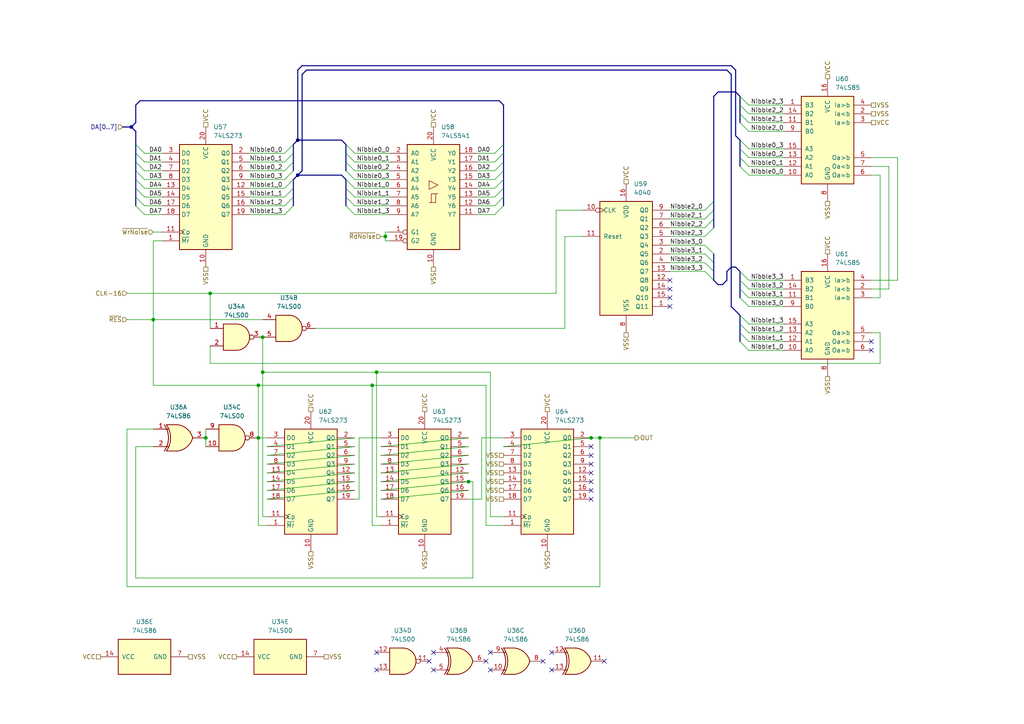
<source format=kicad_sch>
(kicad_sch (version 20230121) (generator eeschema)

  (uuid d4b7efc0-f92e-428b-bc7e-55938f88eff2)

  (paper "A4")

  (lib_symbols
    (symbol "4xxx:4040" (pin_names (offset 1.016)) (in_bom yes) (on_board yes)
      (property "Reference" "U" (at -7.62 16.51 0)
        (effects (font (size 1.27 1.27)))
      )
      (property "Value" "4040" (at -7.62 -19.05 0)
        (effects (font (size 1.27 1.27)))
      )
      (property "Footprint" "" (at 0 0 0)
        (effects (font (size 1.27 1.27)) hide)
      )
      (property "Datasheet" "http://www.intersil.com/content/dam/Intersil/documents/cd40/cd4020bms-24bms-40bms.pdf" (at 0 0 0)
        (effects (font (size 1.27 1.27)) hide)
      )
      (property "ki_locked" "" (at 0 0 0)
        (effects (font (size 1.27 1.27)))
      )
      (property "ki_keywords" "CMOS CNT CNT12" (at 0 0 0)
        (effects (font (size 1.27 1.27)) hide)
      )
      (property "ki_description" "Binary Counter 12 stages (Asynchronous)" (at 0 0 0)
        (effects (font (size 1.27 1.27)) hide)
      )
      (property "ki_fp_filters" "DIP?16*" (at 0 0 0)
        (effects (font (size 1.27 1.27)) hide)
      )
      (symbol "4040_1_0"
        (pin output line (at 12.7 -15.24 180) (length 5.08)
          (name "Q11" (effects (font (size 1.27 1.27))))
          (number "1" (effects (font (size 1.27 1.27))))
        )
        (pin input inverted_clock (at -12.7 12.7 0) (length 5.08)
          (name "CLK" (effects (font (size 1.27 1.27))))
          (number "10" (effects (font (size 1.27 1.27))))
        )
        (pin input line (at -12.7 5.08 0) (length 5.08)
          (name "Reset" (effects (font (size 1.27 1.27))))
          (number "11" (effects (font (size 1.27 1.27))))
        )
        (pin output line (at 12.7 -7.62 180) (length 5.08)
          (name "Q8" (effects (font (size 1.27 1.27))))
          (number "12" (effects (font (size 1.27 1.27))))
        )
        (pin output line (at 12.7 -5.08 180) (length 5.08)
          (name "Q7" (effects (font (size 1.27 1.27))))
          (number "13" (effects (font (size 1.27 1.27))))
        )
        (pin output line (at 12.7 -10.16 180) (length 5.08)
          (name "Q9" (effects (font (size 1.27 1.27))))
          (number "14" (effects (font (size 1.27 1.27))))
        )
        (pin output line (at 12.7 -12.7 180) (length 5.08)
          (name "Q10" (effects (font (size 1.27 1.27))))
          (number "15" (effects (font (size 1.27 1.27))))
        )
        (pin power_in line (at 0 20.32 270) (length 5.08)
          (name "VDD" (effects (font (size 1.27 1.27))))
          (number "16" (effects (font (size 1.27 1.27))))
        )
        (pin output line (at 12.7 0 180) (length 5.08)
          (name "Q5" (effects (font (size 1.27 1.27))))
          (number "2" (effects (font (size 1.27 1.27))))
        )
        (pin output line (at 12.7 2.54 180) (length 5.08)
          (name "Q4" (effects (font (size 1.27 1.27))))
          (number "3" (effects (font (size 1.27 1.27))))
        )
        (pin output line (at 12.7 -2.54 180) (length 5.08)
          (name "Q6" (effects (font (size 1.27 1.27))))
          (number "4" (effects (font (size 1.27 1.27))))
        )
        (pin output line (at 12.7 5.08 180) (length 5.08)
          (name "Q3" (effects (font (size 1.27 1.27))))
          (number "5" (effects (font (size 1.27 1.27))))
        )
        (pin output line (at 12.7 7.62 180) (length 5.08)
          (name "Q2" (effects (font (size 1.27 1.27))))
          (number "6" (effects (font (size 1.27 1.27))))
        )
        (pin output line (at 12.7 10.16 180) (length 5.08)
          (name "Q1" (effects (font (size 1.27 1.27))))
          (number "7" (effects (font (size 1.27 1.27))))
        )
        (pin power_in line (at 0 -22.86 90) (length 5.08)
          (name "VSS" (effects (font (size 1.27 1.27))))
          (number "8" (effects (font (size 1.27 1.27))))
        )
        (pin output line (at 12.7 12.7 180) (length 5.08)
          (name "Q0" (effects (font (size 1.27 1.27))))
          (number "9" (effects (font (size 1.27 1.27))))
        )
      )
      (symbol "4040_1_1"
        (rectangle (start -7.62 15.24) (end 7.62 -17.78)
          (stroke (width 0.254) (type default))
          (fill (type background))
        )
      )
    )
    (symbol "74xx:74LS00" (pin_names (offset 1.016)) (in_bom yes) (on_board yes)
      (property "Reference" "U" (at 0 1.27 0)
        (effects (font (size 1.27 1.27)))
      )
      (property "Value" "74LS00" (at 0 -1.27 0)
        (effects (font (size 1.27 1.27)))
      )
      (property "Footprint" "" (at 0 0 0)
        (effects (font (size 1.27 1.27)) hide)
      )
      (property "Datasheet" "http://www.ti.com/lit/gpn/sn74ls00" (at 0 0 0)
        (effects (font (size 1.27 1.27)) hide)
      )
      (property "ki_locked" "" (at 0 0 0)
        (effects (font (size 1.27 1.27)))
      )
      (property "ki_keywords" "TTL nand 2-input" (at 0 0 0)
        (effects (font (size 1.27 1.27)) hide)
      )
      (property "ki_description" "quad 2-input NAND gate" (at 0 0 0)
        (effects (font (size 1.27 1.27)) hide)
      )
      (property "ki_fp_filters" "DIP*W7.62mm* SO14*" (at 0 0 0)
        (effects (font (size 1.27 1.27)) hide)
      )
      (symbol "74LS00_1_1"
        (arc (start 0 -3.81) (mid 3.7934 0) (end 0 3.81)
          (stroke (width 0.254) (type default))
          (fill (type background))
        )
        (polyline
          (pts
            (xy 0 3.81)
            (xy -3.81 3.81)
            (xy -3.81 -3.81)
            (xy 0 -3.81)
          )
          (stroke (width 0.254) (type default))
          (fill (type background))
        )
        (pin input line (at -7.62 2.54 0) (length 3.81)
          (name "~" (effects (font (size 1.27 1.27))))
          (number "1" (effects (font (size 1.27 1.27))))
        )
        (pin input line (at -7.62 -2.54 0) (length 3.81)
          (name "~" (effects (font (size 1.27 1.27))))
          (number "2" (effects (font (size 1.27 1.27))))
        )
        (pin output inverted (at 7.62 0 180) (length 3.81)
          (name "~" (effects (font (size 1.27 1.27))))
          (number "3" (effects (font (size 1.27 1.27))))
        )
      )
      (symbol "74LS00_1_2"
        (arc (start -3.81 -3.81) (mid -2.589 0) (end -3.81 3.81)
          (stroke (width 0.254) (type default))
          (fill (type none))
        )
        (arc (start -0.6096 -3.81) (mid 2.1842 -2.5851) (end 3.81 0)
          (stroke (width 0.254) (type default))
          (fill (type background))
        )
        (polyline
          (pts
            (xy -3.81 -3.81)
            (xy -0.635 -3.81)
          )
          (stroke (width 0.254) (type default))
          (fill (type background))
        )
        (polyline
          (pts
            (xy -3.81 3.81)
            (xy -0.635 3.81)
          )
          (stroke (width 0.254) (type default))
          (fill (type background))
        )
        (polyline
          (pts
            (xy -0.635 3.81)
            (xy -3.81 3.81)
            (xy -3.81 3.81)
            (xy -3.556 3.4036)
            (xy -3.0226 2.2606)
            (xy -2.6924 1.0414)
            (xy -2.6162 -0.254)
            (xy -2.7686 -1.4986)
            (xy -3.175 -2.7178)
            (xy -3.81 -3.81)
            (xy -3.81 -3.81)
            (xy -0.635 -3.81)
          )
          (stroke (width -25.4) (type default))
          (fill (type background))
        )
        (arc (start 3.81 0) (mid 2.1915 2.5936) (end -0.6096 3.81)
          (stroke (width 0.254) (type default))
          (fill (type background))
        )
        (pin input inverted (at -7.62 2.54 0) (length 4.318)
          (name "~" (effects (font (size 1.27 1.27))))
          (number "1" (effects (font (size 1.27 1.27))))
        )
        (pin input inverted (at -7.62 -2.54 0) (length 4.318)
          (name "~" (effects (font (size 1.27 1.27))))
          (number "2" (effects (font (size 1.27 1.27))))
        )
        (pin output line (at 7.62 0 180) (length 3.81)
          (name "~" (effects (font (size 1.27 1.27))))
          (number "3" (effects (font (size 1.27 1.27))))
        )
      )
      (symbol "74LS00_2_1"
        (arc (start 0 -3.81) (mid 3.7934 0) (end 0 3.81)
          (stroke (width 0.254) (type default))
          (fill (type background))
        )
        (polyline
          (pts
            (xy 0 3.81)
            (xy -3.81 3.81)
            (xy -3.81 -3.81)
            (xy 0 -3.81)
          )
          (stroke (width 0.254) (type default))
          (fill (type background))
        )
        (pin input line (at -7.62 2.54 0) (length 3.81)
          (name "~" (effects (font (size 1.27 1.27))))
          (number "4" (effects (font (size 1.27 1.27))))
        )
        (pin input line (at -7.62 -2.54 0) (length 3.81)
          (name "~" (effects (font (size 1.27 1.27))))
          (number "5" (effects (font (size 1.27 1.27))))
        )
        (pin output inverted (at 7.62 0 180) (length 3.81)
          (name "~" (effects (font (size 1.27 1.27))))
          (number "6" (effects (font (size 1.27 1.27))))
        )
      )
      (symbol "74LS00_2_2"
        (arc (start -3.81 -3.81) (mid -2.589 0) (end -3.81 3.81)
          (stroke (width 0.254) (type default))
          (fill (type none))
        )
        (arc (start -0.6096 -3.81) (mid 2.1842 -2.5851) (end 3.81 0)
          (stroke (width 0.254) (type default))
          (fill (type background))
        )
        (polyline
          (pts
            (xy -3.81 -3.81)
            (xy -0.635 -3.81)
          )
          (stroke (width 0.254) (type default))
          (fill (type background))
        )
        (polyline
          (pts
            (xy -3.81 3.81)
            (xy -0.635 3.81)
          )
          (stroke (width 0.254) (type default))
          (fill (type background))
        )
        (polyline
          (pts
            (xy -0.635 3.81)
            (xy -3.81 3.81)
            (xy -3.81 3.81)
            (xy -3.556 3.4036)
            (xy -3.0226 2.2606)
            (xy -2.6924 1.0414)
            (xy -2.6162 -0.254)
            (xy -2.7686 -1.4986)
            (xy -3.175 -2.7178)
            (xy -3.81 -3.81)
            (xy -3.81 -3.81)
            (xy -0.635 -3.81)
          )
          (stroke (width -25.4) (type default))
          (fill (type background))
        )
        (arc (start 3.81 0) (mid 2.1915 2.5936) (end -0.6096 3.81)
          (stroke (width 0.254) (type default))
          (fill (type background))
        )
        (pin input inverted (at -7.62 2.54 0) (length 4.318)
          (name "~" (effects (font (size 1.27 1.27))))
          (number "4" (effects (font (size 1.27 1.27))))
        )
        (pin input inverted (at -7.62 -2.54 0) (length 4.318)
          (name "~" (effects (font (size 1.27 1.27))))
          (number "5" (effects (font (size 1.27 1.27))))
        )
        (pin output line (at 7.62 0 180) (length 3.81)
          (name "~" (effects (font (size 1.27 1.27))))
          (number "6" (effects (font (size 1.27 1.27))))
        )
      )
      (symbol "74LS00_3_1"
        (arc (start 0 -3.81) (mid 3.7934 0) (end 0 3.81)
          (stroke (width 0.254) (type default))
          (fill (type background))
        )
        (polyline
          (pts
            (xy 0 3.81)
            (xy -3.81 3.81)
            (xy -3.81 -3.81)
            (xy 0 -3.81)
          )
          (stroke (width 0.254) (type default))
          (fill (type background))
        )
        (pin input line (at -7.62 -2.54 0) (length 3.81)
          (name "~" (effects (font (size 1.27 1.27))))
          (number "10" (effects (font (size 1.27 1.27))))
        )
        (pin output inverted (at 7.62 0 180) (length 3.81)
          (name "~" (effects (font (size 1.27 1.27))))
          (number "8" (effects (font (size 1.27 1.27))))
        )
        (pin input line (at -7.62 2.54 0) (length 3.81)
          (name "~" (effects (font (size 1.27 1.27))))
          (number "9" (effects (font (size 1.27 1.27))))
        )
      )
      (symbol "74LS00_3_2"
        (arc (start -3.81 -3.81) (mid -2.589 0) (end -3.81 3.81)
          (stroke (width 0.254) (type default))
          (fill (type none))
        )
        (arc (start -0.6096 -3.81) (mid 2.1842 -2.5851) (end 3.81 0)
          (stroke (width 0.254) (type default))
          (fill (type background))
        )
        (polyline
          (pts
            (xy -3.81 -3.81)
            (xy -0.635 -3.81)
          )
          (stroke (width 0.254) (type default))
          (fill (type background))
        )
        (polyline
          (pts
            (xy -3.81 3.81)
            (xy -0.635 3.81)
          )
          (stroke (width 0.254) (type default))
          (fill (type background))
        )
        (polyline
          (pts
            (xy -0.635 3.81)
            (xy -3.81 3.81)
            (xy -3.81 3.81)
            (xy -3.556 3.4036)
            (xy -3.0226 2.2606)
            (xy -2.6924 1.0414)
            (xy -2.6162 -0.254)
            (xy -2.7686 -1.4986)
            (xy -3.175 -2.7178)
            (xy -3.81 -3.81)
            (xy -3.81 -3.81)
            (xy -0.635 -3.81)
          )
          (stroke (width -25.4) (type default))
          (fill (type background))
        )
        (arc (start 3.81 0) (mid 2.1915 2.5936) (end -0.6096 3.81)
          (stroke (width 0.254) (type default))
          (fill (type background))
        )
        (pin input inverted (at -7.62 -2.54 0) (length 4.318)
          (name "~" (effects (font (size 1.27 1.27))))
          (number "10" (effects (font (size 1.27 1.27))))
        )
        (pin output line (at 7.62 0 180) (length 3.81)
          (name "~" (effects (font (size 1.27 1.27))))
          (number "8" (effects (font (size 1.27 1.27))))
        )
        (pin input inverted (at -7.62 2.54 0) (length 4.318)
          (name "~" (effects (font (size 1.27 1.27))))
          (number "9" (effects (font (size 1.27 1.27))))
        )
      )
      (symbol "74LS00_4_1"
        (arc (start 0 -3.81) (mid 3.7934 0) (end 0 3.81)
          (stroke (width 0.254) (type default))
          (fill (type background))
        )
        (polyline
          (pts
            (xy 0 3.81)
            (xy -3.81 3.81)
            (xy -3.81 -3.81)
            (xy 0 -3.81)
          )
          (stroke (width 0.254) (type default))
          (fill (type background))
        )
        (pin output inverted (at 7.62 0 180) (length 3.81)
          (name "~" (effects (font (size 1.27 1.27))))
          (number "11" (effects (font (size 1.27 1.27))))
        )
        (pin input line (at -7.62 2.54 0) (length 3.81)
          (name "~" (effects (font (size 1.27 1.27))))
          (number "12" (effects (font (size 1.27 1.27))))
        )
        (pin input line (at -7.62 -2.54 0) (length 3.81)
          (name "~" (effects (font (size 1.27 1.27))))
          (number "13" (effects (font (size 1.27 1.27))))
        )
      )
      (symbol "74LS00_4_2"
        (arc (start -3.81 -3.81) (mid -2.589 0) (end -3.81 3.81)
          (stroke (width 0.254) (type default))
          (fill (type none))
        )
        (arc (start -0.6096 -3.81) (mid 2.1842 -2.5851) (end 3.81 0)
          (stroke (width 0.254) (type default))
          (fill (type background))
        )
        (polyline
          (pts
            (xy -3.81 -3.81)
            (xy -0.635 -3.81)
          )
          (stroke (width 0.254) (type default))
          (fill (type background))
        )
        (polyline
          (pts
            (xy -3.81 3.81)
            (xy -0.635 3.81)
          )
          (stroke (width 0.254) (type default))
          (fill (type background))
        )
        (polyline
          (pts
            (xy -0.635 3.81)
            (xy -3.81 3.81)
            (xy -3.81 3.81)
            (xy -3.556 3.4036)
            (xy -3.0226 2.2606)
            (xy -2.6924 1.0414)
            (xy -2.6162 -0.254)
            (xy -2.7686 -1.4986)
            (xy -3.175 -2.7178)
            (xy -3.81 -3.81)
            (xy -3.81 -3.81)
            (xy -0.635 -3.81)
          )
          (stroke (width -25.4) (type default))
          (fill (type background))
        )
        (arc (start 3.81 0) (mid 2.1915 2.5936) (end -0.6096 3.81)
          (stroke (width 0.254) (type default))
          (fill (type background))
        )
        (pin output line (at 7.62 0 180) (length 3.81)
          (name "~" (effects (font (size 1.27 1.27))))
          (number "11" (effects (font (size 1.27 1.27))))
        )
        (pin input inverted (at -7.62 2.54 0) (length 4.318)
          (name "~" (effects (font (size 1.27 1.27))))
          (number "12" (effects (font (size 1.27 1.27))))
        )
        (pin input inverted (at -7.62 -2.54 0) (length 4.318)
          (name "~" (effects (font (size 1.27 1.27))))
          (number "13" (effects (font (size 1.27 1.27))))
        )
      )
      (symbol "74LS00_5_0"
        (pin power_in line (at 0 12.7 270) (length 5.08)
          (name "VCC" (effects (font (size 1.27 1.27))))
          (number "14" (effects (font (size 1.27 1.27))))
        )
        (pin power_in line (at 0 -12.7 90) (length 5.08)
          (name "GND" (effects (font (size 1.27 1.27))))
          (number "7" (effects (font (size 1.27 1.27))))
        )
      )
      (symbol "74LS00_5_1"
        (rectangle (start -5.08 7.62) (end 5.08 -7.62)
          (stroke (width 0.254) (type default))
          (fill (type background))
        )
      )
    )
    (symbol "74xx:74LS273" (in_bom yes) (on_board yes)
      (property "Reference" "U" (at -7.62 16.51 0)
        (effects (font (size 1.27 1.27)))
      )
      (property "Value" "74LS273" (at -7.62 -16.51 0)
        (effects (font (size 1.27 1.27)))
      )
      (property "Footprint" "" (at 0 0 0)
        (effects (font (size 1.27 1.27)) hide)
      )
      (property "Datasheet" "http://www.ti.com/lit/gpn/sn74LS273" (at 0 0 0)
        (effects (font (size 1.27 1.27)) hide)
      )
      (property "ki_keywords" "TTL DFF DFF8" (at 0 0 0)
        (effects (font (size 1.27 1.27)) hide)
      )
      (property "ki_description" "8-bit D Flip-Flop, reset" (at 0 0 0)
        (effects (font (size 1.27 1.27)) hide)
      )
      (property "ki_fp_filters" "DIP?20* SO?20* SOIC?20*" (at 0 0 0)
        (effects (font (size 1.27 1.27)) hide)
      )
      (symbol "74LS273_1_0"
        (pin input line (at -12.7 -12.7 0) (length 5.08)
          (name "~{Mr}" (effects (font (size 1.27 1.27))))
          (number "1" (effects (font (size 1.27 1.27))))
        )
        (pin power_in line (at 0 -20.32 90) (length 5.08)
          (name "GND" (effects (font (size 1.27 1.27))))
          (number "10" (effects (font (size 1.27 1.27))))
        )
        (pin input clock (at -12.7 -10.16 0) (length 5.08)
          (name "Cp" (effects (font (size 1.27 1.27))))
          (number "11" (effects (font (size 1.27 1.27))))
        )
        (pin output line (at 12.7 2.54 180) (length 5.08)
          (name "Q4" (effects (font (size 1.27 1.27))))
          (number "12" (effects (font (size 1.27 1.27))))
        )
        (pin input line (at -12.7 2.54 0) (length 5.08)
          (name "D4" (effects (font (size 1.27 1.27))))
          (number "13" (effects (font (size 1.27 1.27))))
        )
        (pin input line (at -12.7 0 0) (length 5.08)
          (name "D5" (effects (font (size 1.27 1.27))))
          (number "14" (effects (font (size 1.27 1.27))))
        )
        (pin output line (at 12.7 0 180) (length 5.08)
          (name "Q5" (effects (font (size 1.27 1.27))))
          (number "15" (effects (font (size 1.27 1.27))))
        )
        (pin output line (at 12.7 -2.54 180) (length 5.08)
          (name "Q6" (effects (font (size 1.27 1.27))))
          (number "16" (effects (font (size 1.27 1.27))))
        )
        (pin input line (at -12.7 -2.54 0) (length 5.08)
          (name "D6" (effects (font (size 1.27 1.27))))
          (number "17" (effects (font (size 1.27 1.27))))
        )
        (pin input line (at -12.7 -5.08 0) (length 5.08)
          (name "D7" (effects (font (size 1.27 1.27))))
          (number "18" (effects (font (size 1.27 1.27))))
        )
        (pin output line (at 12.7 -5.08 180) (length 5.08)
          (name "Q7" (effects (font (size 1.27 1.27))))
          (number "19" (effects (font (size 1.27 1.27))))
        )
        (pin output line (at 12.7 12.7 180) (length 5.08)
          (name "Q0" (effects (font (size 1.27 1.27))))
          (number "2" (effects (font (size 1.27 1.27))))
        )
        (pin power_in line (at 0 20.32 270) (length 5.08)
          (name "VCC" (effects (font (size 1.27 1.27))))
          (number "20" (effects (font (size 1.27 1.27))))
        )
        (pin input line (at -12.7 12.7 0) (length 5.08)
          (name "D0" (effects (font (size 1.27 1.27))))
          (number "3" (effects (font (size 1.27 1.27))))
        )
        (pin input line (at -12.7 10.16 0) (length 5.08)
          (name "D1" (effects (font (size 1.27 1.27))))
          (number "4" (effects (font (size 1.27 1.27))))
        )
        (pin output line (at 12.7 10.16 180) (length 5.08)
          (name "Q1" (effects (font (size 1.27 1.27))))
          (number "5" (effects (font (size 1.27 1.27))))
        )
        (pin output line (at 12.7 7.62 180) (length 5.08)
          (name "Q2" (effects (font (size 1.27 1.27))))
          (number "6" (effects (font (size 1.27 1.27))))
        )
        (pin input line (at -12.7 7.62 0) (length 5.08)
          (name "D2" (effects (font (size 1.27 1.27))))
          (number "7" (effects (font (size 1.27 1.27))))
        )
        (pin input line (at -12.7 5.08 0) (length 5.08)
          (name "D3" (effects (font (size 1.27 1.27))))
          (number "8" (effects (font (size 1.27 1.27))))
        )
        (pin output line (at 12.7 5.08 180) (length 5.08)
          (name "Q3" (effects (font (size 1.27 1.27))))
          (number "9" (effects (font (size 1.27 1.27))))
        )
      )
      (symbol "74LS273_1_1"
        (rectangle (start -7.62 15.24) (end 7.62 -15.24)
          (stroke (width 0.254) (type default))
          (fill (type background))
        )
      )
    )
    (symbol "74xx:74LS541" (pin_names (offset 1.016)) (in_bom yes) (on_board yes)
      (property "Reference" "U" (at -7.62 16.51 0)
        (effects (font (size 1.27 1.27)))
      )
      (property "Value" "74LS541" (at -7.62 -16.51 0)
        (effects (font (size 1.27 1.27)))
      )
      (property "Footprint" "" (at 0 0 0)
        (effects (font (size 1.27 1.27)) hide)
      )
      (property "Datasheet" "http://www.ti.com/lit/gpn/sn74LS541" (at 0 0 0)
        (effects (font (size 1.27 1.27)) hide)
      )
      (property "ki_locked" "" (at 0 0 0)
        (effects (font (size 1.27 1.27)))
      )
      (property "ki_keywords" "TTL BUFFER 3State BUS" (at 0 0 0)
        (effects (font (size 1.27 1.27)) hide)
      )
      (property "ki_description" "8-bit Buffer/Line Driver 3-state outputs" (at 0 0 0)
        (effects (font (size 1.27 1.27)) hide)
      )
      (property "ki_fp_filters" "DIP?20*" (at 0 0 0)
        (effects (font (size 1.27 1.27)) hide)
      )
      (symbol "74LS541_1_0"
        (polyline
          (pts
            (xy -0.635 -1.6002)
            (xy -0.635 0.9398)
            (xy 0.635 0.9398)
          )
          (stroke (width 0) (type default))
          (fill (type none))
        )
        (polyline
          (pts
            (xy -1.27 -1.6002)
            (xy 0.635 -1.6002)
            (xy 0.635 0.9398)
            (xy 1.27 0.9398)
          )
          (stroke (width 0) (type default))
          (fill (type none))
        )
        (polyline
          (pts
            (xy 1.27 3.4798)
            (xy -1.27 4.7498)
            (xy -1.27 2.2098)
            (xy 1.27 3.4798)
          )
          (stroke (width 0.1524) (type default))
          (fill (type none))
        )
        (pin input inverted (at -12.7 -10.16 0) (length 5.08)
          (name "G1" (effects (font (size 1.27 1.27))))
          (number "1" (effects (font (size 1.27 1.27))))
        )
        (pin power_in line (at 0 -20.32 90) (length 5.08)
          (name "GND" (effects (font (size 1.27 1.27))))
          (number "10" (effects (font (size 1.27 1.27))))
        )
        (pin tri_state line (at 12.7 -5.08 180) (length 5.08)
          (name "Y7" (effects (font (size 1.27 1.27))))
          (number "11" (effects (font (size 1.27 1.27))))
        )
        (pin tri_state line (at 12.7 -2.54 180) (length 5.08)
          (name "Y6" (effects (font (size 1.27 1.27))))
          (number "12" (effects (font (size 1.27 1.27))))
        )
        (pin tri_state line (at 12.7 0 180) (length 5.08)
          (name "Y5" (effects (font (size 1.27 1.27))))
          (number "13" (effects (font (size 1.27 1.27))))
        )
        (pin tri_state line (at 12.7 2.54 180) (length 5.08)
          (name "Y4" (effects (font (size 1.27 1.27))))
          (number "14" (effects (font (size 1.27 1.27))))
        )
        (pin tri_state line (at 12.7 5.08 180) (length 5.08)
          (name "Y3" (effects (font (size 1.27 1.27))))
          (number "15" (effects (font (size 1.27 1.27))))
        )
        (pin tri_state line (at 12.7 7.62 180) (length 5.08)
          (name "Y2" (effects (font (size 1.27 1.27))))
          (number "16" (effects (font (size 1.27 1.27))))
        )
        (pin tri_state line (at 12.7 10.16 180) (length 5.08)
          (name "Y1" (effects (font (size 1.27 1.27))))
          (number "17" (effects (font (size 1.27 1.27))))
        )
        (pin tri_state line (at 12.7 12.7 180) (length 5.08)
          (name "Y0" (effects (font (size 1.27 1.27))))
          (number "18" (effects (font (size 1.27 1.27))))
        )
        (pin input inverted (at -12.7 -12.7 0) (length 5.08)
          (name "G2" (effects (font (size 1.27 1.27))))
          (number "19" (effects (font (size 1.27 1.27))))
        )
        (pin input line (at -12.7 12.7 0) (length 5.08)
          (name "A0" (effects (font (size 1.27 1.27))))
          (number "2" (effects (font (size 1.27 1.27))))
        )
        (pin power_in line (at 0 20.32 270) (length 5.08)
          (name "VCC" (effects (font (size 1.27 1.27))))
          (number "20" (effects (font (size 1.27 1.27))))
        )
        (pin input line (at -12.7 10.16 0) (length 5.08)
          (name "A1" (effects (font (size 1.27 1.27))))
          (number "3" (effects (font (size 1.27 1.27))))
        )
        (pin input line (at -12.7 7.62 0) (length 5.08)
          (name "A2" (effects (font (size 1.27 1.27))))
          (number "4" (effects (font (size 1.27 1.27))))
        )
        (pin input line (at -12.7 5.08 0) (length 5.08)
          (name "A3" (effects (font (size 1.27 1.27))))
          (number "5" (effects (font (size 1.27 1.27))))
        )
        (pin input line (at -12.7 2.54 0) (length 5.08)
          (name "A4" (effects (font (size 1.27 1.27))))
          (number "6" (effects (font (size 1.27 1.27))))
        )
        (pin input line (at -12.7 0 0) (length 5.08)
          (name "A5" (effects (font (size 1.27 1.27))))
          (number "7" (effects (font (size 1.27 1.27))))
        )
        (pin input line (at -12.7 -2.54 0) (length 5.08)
          (name "A6" (effects (font (size 1.27 1.27))))
          (number "8" (effects (font (size 1.27 1.27))))
        )
        (pin input line (at -12.7 -5.08 0) (length 5.08)
          (name "A7" (effects (font (size 1.27 1.27))))
          (number "9" (effects (font (size 1.27 1.27))))
        )
      )
      (symbol "74LS541_1_1"
        (rectangle (start -7.62 15.24) (end 7.62 -15.24)
          (stroke (width 0.254) (type default))
          (fill (type background))
        )
      )
    )
    (symbol "74xx:74LS85" (pin_names (offset 1.016)) (in_bom yes) (on_board yes)
      (property "Reference" "U" (at -7.62 13.97 0)
        (effects (font (size 1.27 1.27)))
      )
      (property "Value" "74LS85" (at -7.62 -13.97 0)
        (effects (font (size 1.27 1.27)))
      )
      (property "Footprint" "" (at 0 0 0)
        (effects (font (size 1.27 1.27)) hide)
      )
      (property "Datasheet" "http://www.ti.com/lit/gpn/sn74LS85" (at 0 0 0)
        (effects (font (size 1.27 1.27)) hide)
      )
      (property "ki_locked" "" (at 0 0 0)
        (effects (font (size 1.27 1.27)))
      )
      (property "ki_keywords" "TTL COMP ARITH" (at 0 0 0)
        (effects (font (size 1.27 1.27)) hide)
      )
      (property "ki_description" "4-bit Comparator" (at 0 0 0)
        (effects (font (size 1.27 1.27)) hide)
      )
      (property "ki_fp_filters" "DIP?16*" (at 0 0 0)
        (effects (font (size 1.27 1.27)) hide)
      )
      (symbol "74LS85_1_0"
        (pin input line (at -12.7 10.16 0) (length 5.08)
          (name "B3" (effects (font (size 1.27 1.27))))
          (number "1" (effects (font (size 1.27 1.27))))
        )
        (pin input line (at -12.7 -10.16 0) (length 5.08)
          (name "A0" (effects (font (size 1.27 1.27))))
          (number "10" (effects (font (size 1.27 1.27))))
        )
        (pin input line (at -12.7 5.08 0) (length 5.08)
          (name "B1" (effects (font (size 1.27 1.27))))
          (number "11" (effects (font (size 1.27 1.27))))
        )
        (pin input line (at -12.7 -7.62 0) (length 5.08)
          (name "A1" (effects (font (size 1.27 1.27))))
          (number "12" (effects (font (size 1.27 1.27))))
        )
        (pin input line (at -12.7 -5.08 0) (length 5.08)
          (name "A2" (effects (font (size 1.27 1.27))))
          (number "13" (effects (font (size 1.27 1.27))))
        )
        (pin input line (at -12.7 7.62 0) (length 5.08)
          (name "B2" (effects (font (size 1.27 1.27))))
          (number "14" (effects (font (size 1.27 1.27))))
        )
        (pin input line (at -12.7 -2.54 0) (length 5.08)
          (name "A3" (effects (font (size 1.27 1.27))))
          (number "15" (effects (font (size 1.27 1.27))))
        )
        (pin power_in line (at 0 17.78 270) (length 5.08)
          (name "VCC" (effects (font (size 1.27 1.27))))
          (number "16" (effects (font (size 1.27 1.27))))
        )
        (pin input line (at 12.7 7.62 180) (length 5.08)
          (name "Ia<b" (effects (font (size 1.27 1.27))))
          (number "2" (effects (font (size 1.27 1.27))))
        )
        (pin input line (at 12.7 5.08 180) (length 5.08)
          (name "Ia=b" (effects (font (size 1.27 1.27))))
          (number "3" (effects (font (size 1.27 1.27))))
        )
        (pin input line (at 12.7 10.16 180) (length 5.08)
          (name "Ia>b" (effects (font (size 1.27 1.27))))
          (number "4" (effects (font (size 1.27 1.27))))
        )
        (pin output line (at 12.7 -5.08 180) (length 5.08)
          (name "Oa>b" (effects (font (size 1.27 1.27))))
          (number "5" (effects (font (size 1.27 1.27))))
        )
        (pin output line (at 12.7 -10.16 180) (length 5.08)
          (name "Oa=b" (effects (font (size 1.27 1.27))))
          (number "6" (effects (font (size 1.27 1.27))))
        )
        (pin output line (at 12.7 -7.62 180) (length 5.08)
          (name "Oa<b" (effects (font (size 1.27 1.27))))
          (number "7" (effects (font (size 1.27 1.27))))
        )
        (pin power_in line (at 0 -17.78 90) (length 5.08)
          (name "GND" (effects (font (size 1.27 1.27))))
          (number "8" (effects (font (size 1.27 1.27))))
        )
        (pin input line (at -12.7 2.54 0) (length 5.08)
          (name "B0" (effects (font (size 1.27 1.27))))
          (number "9" (effects (font (size 1.27 1.27))))
        )
      )
      (symbol "74LS85_1_1"
        (rectangle (start -7.62 12.7) (end 7.62 -12.7)
          (stroke (width 0.254) (type default))
          (fill (type background))
        )
      )
    )
    (symbol "74xx:74LS86" (pin_names (offset 1.016)) (in_bom yes) (on_board yes)
      (property "Reference" "U" (at 0 1.27 0)
        (effects (font (size 1.27 1.27)))
      )
      (property "Value" "74LS86" (at 0 -1.27 0)
        (effects (font (size 1.27 1.27)))
      )
      (property "Footprint" "" (at 0 0 0)
        (effects (font (size 1.27 1.27)) hide)
      )
      (property "Datasheet" "74xx/74ls86.pdf" (at 0 0 0)
        (effects (font (size 1.27 1.27)) hide)
      )
      (property "ki_locked" "" (at 0 0 0)
        (effects (font (size 1.27 1.27)))
      )
      (property "ki_keywords" "TTL XOR2" (at 0 0 0)
        (effects (font (size 1.27 1.27)) hide)
      )
      (property "ki_description" "Quad 2-input XOR" (at 0 0 0)
        (effects (font (size 1.27 1.27)) hide)
      )
      (property "ki_fp_filters" "DIP*W7.62mm*" (at 0 0 0)
        (effects (font (size 1.27 1.27)) hide)
      )
      (symbol "74LS86_1_0"
        (arc (start -4.4196 -3.81) (mid -3.2033 0) (end -4.4196 3.81)
          (stroke (width 0.254) (type default))
          (fill (type none))
        )
        (arc (start -3.81 -3.81) (mid -2.589 0) (end -3.81 3.81)
          (stroke (width 0.254) (type default))
          (fill (type none))
        )
        (arc (start -0.6096 -3.81) (mid 2.1842 -2.5851) (end 3.81 0)
          (stroke (width 0.254) (type default))
          (fill (type background))
        )
        (polyline
          (pts
            (xy -3.81 -3.81)
            (xy -0.635 -3.81)
          )
          (stroke (width 0.254) (type default))
          (fill (type background))
        )
        (polyline
          (pts
            (xy -3.81 3.81)
            (xy -0.635 3.81)
          )
          (stroke (width 0.254) (type default))
          (fill (type background))
        )
        (polyline
          (pts
            (xy -0.635 3.81)
            (xy -3.81 3.81)
            (xy -3.81 3.81)
            (xy -3.556 3.4036)
            (xy -3.0226 2.2606)
            (xy -2.6924 1.0414)
            (xy -2.6162 -0.254)
            (xy -2.7686 -1.4986)
            (xy -3.175 -2.7178)
            (xy -3.81 -3.81)
            (xy -3.81 -3.81)
            (xy -0.635 -3.81)
          )
          (stroke (width -25.4) (type default))
          (fill (type background))
        )
        (arc (start 3.81 0) (mid 2.1915 2.5936) (end -0.6096 3.81)
          (stroke (width 0.254) (type default))
          (fill (type background))
        )
        (pin input line (at -7.62 2.54 0) (length 4.445)
          (name "~" (effects (font (size 1.27 1.27))))
          (number "1" (effects (font (size 1.27 1.27))))
        )
        (pin input line (at -7.62 -2.54 0) (length 4.445)
          (name "~" (effects (font (size 1.27 1.27))))
          (number "2" (effects (font (size 1.27 1.27))))
        )
        (pin output line (at 7.62 0 180) (length 3.81)
          (name "~" (effects (font (size 1.27 1.27))))
          (number "3" (effects (font (size 1.27 1.27))))
        )
      )
      (symbol "74LS86_1_1"
        (polyline
          (pts
            (xy -3.81 -2.54)
            (xy -3.175 -2.54)
          )
          (stroke (width 0.1524) (type default))
          (fill (type none))
        )
        (polyline
          (pts
            (xy -3.81 2.54)
            (xy -3.175 2.54)
          )
          (stroke (width 0.1524) (type default))
          (fill (type none))
        )
      )
      (symbol "74LS86_2_0"
        (arc (start -4.4196 -3.81) (mid -3.2033 0) (end -4.4196 3.81)
          (stroke (width 0.254) (type default))
          (fill (type none))
        )
        (arc (start -3.81 -3.81) (mid -2.589 0) (end -3.81 3.81)
          (stroke (width 0.254) (type default))
          (fill (type none))
        )
        (arc (start -0.6096 -3.81) (mid 2.1842 -2.5851) (end 3.81 0)
          (stroke (width 0.254) (type default))
          (fill (type background))
        )
        (polyline
          (pts
            (xy -3.81 -3.81)
            (xy -0.635 -3.81)
          )
          (stroke (width 0.254) (type default))
          (fill (type background))
        )
        (polyline
          (pts
            (xy -3.81 3.81)
            (xy -0.635 3.81)
          )
          (stroke (width 0.254) (type default))
          (fill (type background))
        )
        (polyline
          (pts
            (xy -0.635 3.81)
            (xy -3.81 3.81)
            (xy -3.81 3.81)
            (xy -3.556 3.4036)
            (xy -3.0226 2.2606)
            (xy -2.6924 1.0414)
            (xy -2.6162 -0.254)
            (xy -2.7686 -1.4986)
            (xy -3.175 -2.7178)
            (xy -3.81 -3.81)
            (xy -3.81 -3.81)
            (xy -0.635 -3.81)
          )
          (stroke (width -25.4) (type default))
          (fill (type background))
        )
        (arc (start 3.81 0) (mid 2.1915 2.5936) (end -0.6096 3.81)
          (stroke (width 0.254) (type default))
          (fill (type background))
        )
        (pin input line (at -7.62 2.54 0) (length 4.445)
          (name "~" (effects (font (size 1.27 1.27))))
          (number "4" (effects (font (size 1.27 1.27))))
        )
        (pin input line (at -7.62 -2.54 0) (length 4.445)
          (name "~" (effects (font (size 1.27 1.27))))
          (number "5" (effects (font (size 1.27 1.27))))
        )
        (pin output line (at 7.62 0 180) (length 3.81)
          (name "~" (effects (font (size 1.27 1.27))))
          (number "6" (effects (font (size 1.27 1.27))))
        )
      )
      (symbol "74LS86_2_1"
        (polyline
          (pts
            (xy -3.81 -2.54)
            (xy -3.175 -2.54)
          )
          (stroke (width 0.1524) (type default))
          (fill (type none))
        )
        (polyline
          (pts
            (xy -3.81 2.54)
            (xy -3.175 2.54)
          )
          (stroke (width 0.1524) (type default))
          (fill (type none))
        )
      )
      (symbol "74LS86_3_0"
        (arc (start -4.4196 -3.81) (mid -3.2033 0) (end -4.4196 3.81)
          (stroke (width 0.254) (type default))
          (fill (type none))
        )
        (arc (start -3.81 -3.81) (mid -2.589 0) (end -3.81 3.81)
          (stroke (width 0.254) (type default))
          (fill (type none))
        )
        (arc (start -0.6096 -3.81) (mid 2.1842 -2.5851) (end 3.81 0)
          (stroke (width 0.254) (type default))
          (fill (type background))
        )
        (polyline
          (pts
            (xy -3.81 -3.81)
            (xy -0.635 -3.81)
          )
          (stroke (width 0.254) (type default))
          (fill (type background))
        )
        (polyline
          (pts
            (xy -3.81 3.81)
            (xy -0.635 3.81)
          )
          (stroke (width 0.254) (type default))
          (fill (type background))
        )
        (polyline
          (pts
            (xy -0.635 3.81)
            (xy -3.81 3.81)
            (xy -3.81 3.81)
            (xy -3.556 3.4036)
            (xy -3.0226 2.2606)
            (xy -2.6924 1.0414)
            (xy -2.6162 -0.254)
            (xy -2.7686 -1.4986)
            (xy -3.175 -2.7178)
            (xy -3.81 -3.81)
            (xy -3.81 -3.81)
            (xy -0.635 -3.81)
          )
          (stroke (width -25.4) (type default))
          (fill (type background))
        )
        (arc (start 3.81 0) (mid 2.1915 2.5936) (end -0.6096 3.81)
          (stroke (width 0.254) (type default))
          (fill (type background))
        )
        (pin input line (at -7.62 -2.54 0) (length 4.445)
          (name "~" (effects (font (size 1.27 1.27))))
          (number "10" (effects (font (size 1.27 1.27))))
        )
        (pin output line (at 7.62 0 180) (length 3.81)
          (name "~" (effects (font (size 1.27 1.27))))
          (number "8" (effects (font (size 1.27 1.27))))
        )
        (pin input line (at -7.62 2.54 0) (length 4.445)
          (name "~" (effects (font (size 1.27 1.27))))
          (number "9" (effects (font (size 1.27 1.27))))
        )
      )
      (symbol "74LS86_3_1"
        (polyline
          (pts
            (xy -3.81 -2.54)
            (xy -3.175 -2.54)
          )
          (stroke (width 0.1524) (type default))
          (fill (type none))
        )
        (polyline
          (pts
            (xy -3.81 2.54)
            (xy -3.175 2.54)
          )
          (stroke (width 0.1524) (type default))
          (fill (type none))
        )
      )
      (symbol "74LS86_4_0"
        (arc (start -4.4196 -3.81) (mid -3.2033 0) (end -4.4196 3.81)
          (stroke (width 0.254) (type default))
          (fill (type none))
        )
        (arc (start -3.81 -3.81) (mid -2.589 0) (end -3.81 3.81)
          (stroke (width 0.254) (type default))
          (fill (type none))
        )
        (arc (start -0.6096 -3.81) (mid 2.1842 -2.5851) (end 3.81 0)
          (stroke (width 0.254) (type default))
          (fill (type background))
        )
        (polyline
          (pts
            (xy -3.81 -3.81)
            (xy -0.635 -3.81)
          )
          (stroke (width 0.254) (type default))
          (fill (type background))
        )
        (polyline
          (pts
            (xy -3.81 3.81)
            (xy -0.635 3.81)
          )
          (stroke (width 0.254) (type default))
          (fill (type background))
        )
        (polyline
          (pts
            (xy -0.635 3.81)
            (xy -3.81 3.81)
            (xy -3.81 3.81)
            (xy -3.556 3.4036)
            (xy -3.0226 2.2606)
            (xy -2.6924 1.0414)
            (xy -2.6162 -0.254)
            (xy -2.7686 -1.4986)
            (xy -3.175 -2.7178)
            (xy -3.81 -3.81)
            (xy -3.81 -3.81)
            (xy -0.635 -3.81)
          )
          (stroke (width -25.4) (type default))
          (fill (type background))
        )
        (arc (start 3.81 0) (mid 2.1915 2.5936) (end -0.6096 3.81)
          (stroke (width 0.254) (type default))
          (fill (type background))
        )
        (pin output line (at 7.62 0 180) (length 3.81)
          (name "~" (effects (font (size 1.27 1.27))))
          (number "11" (effects (font (size 1.27 1.27))))
        )
        (pin input line (at -7.62 2.54 0) (length 4.445)
          (name "~" (effects (font (size 1.27 1.27))))
          (number "12" (effects (font (size 1.27 1.27))))
        )
        (pin input line (at -7.62 -2.54 0) (length 4.445)
          (name "~" (effects (font (size 1.27 1.27))))
          (number "13" (effects (font (size 1.27 1.27))))
        )
      )
      (symbol "74LS86_4_1"
        (polyline
          (pts
            (xy -3.81 -2.54)
            (xy -3.175 -2.54)
          )
          (stroke (width 0.1524) (type default))
          (fill (type none))
        )
        (polyline
          (pts
            (xy -3.81 2.54)
            (xy -3.175 2.54)
          )
          (stroke (width 0.1524) (type default))
          (fill (type none))
        )
      )
      (symbol "74LS86_5_0"
        (pin power_in line (at 0 12.7 270) (length 5.08)
          (name "VCC" (effects (font (size 1.27 1.27))))
          (number "14" (effects (font (size 1.27 1.27))))
        )
        (pin power_in line (at 0 -12.7 90) (length 5.08)
          (name "GND" (effects (font (size 1.27 1.27))))
          (number "7" (effects (font (size 1.27 1.27))))
        )
      )
      (symbol "74LS86_5_1"
        (rectangle (start -5.08 7.62) (end 5.08 -7.62)
          (stroke (width 0.254) (type default))
          (fill (type background))
        )
      )
    )
  )

  (junction (at 60.96 85.09) (diameter 0) (color 0 0 0 0)
    (uuid 02aa938d-57c5-40c0-84c2-73e7b35f2f21)
  )
  (junction (at 171.45 127) (diameter 0) (color 0 0 0 0)
    (uuid 05cd1059-395e-43e9-95de-46231f66cd74)
  )
  (junction (at 173.99 127) (diameter 0) (color 0 0 0 0)
    (uuid 0658b388-b6d0-4f9f-baee-5201ad476290)
  )
  (junction (at 38.1 36.83) (diameter 0) (color 0 0 0 0)
    (uuid 1974b195-836c-4197-a08f-832b1f285869)
  )
  (junction (at 86.36 40.64) (diameter 0) (color 0 0 0 0)
    (uuid 27c5c139-a8cb-4ff8-acaa-d686fc24e454)
  )
  (junction (at 76.2 107.95) (diameter 0) (color 0 0 0 0)
    (uuid 3f6de022-eac8-4cf0-a28d-081150059dc6)
  )
  (junction (at 59.69 127) (diameter 0) (color 0 0 0 0)
    (uuid 50755418-3af4-4d14-8989-d5c148d4964b)
  )
  (junction (at 44.45 92.71) (diameter 0) (color 0 0 0 0)
    (uuid 78b076ba-f2f7-4705-af10-1b5c9e987992)
  )
  (junction (at 86.36 50.8) (diameter 0) (color 0 0 0 0)
    (uuid 7b474fcd-9b9d-422f-9ae8-1c4c69dc6081)
  )
  (junction (at 107.95 111.76) (diameter 0) (color 0 0 0 0)
    (uuid 7ddc9d9e-9a9a-4b62-a481-75977df58f59)
  )
  (junction (at 135.89 139.7) (diameter 0) (color 0 0 0 0)
    (uuid 967961c5-73ba-4320-9a29-ce4a5e4425e1)
  )
  (junction (at 74.93 111.76) (diameter 0) (color 0 0 0 0)
    (uuid ac2a58f6-b943-48a5-925f-856fb792798a)
  )
  (junction (at 76.2 97.79) (diameter 0) (color 0 0 0 0)
    (uuid b32392a9-2638-4253-941e-12078a9cf080)
  )
  (junction (at 111.76 68.58) (diameter 0) (color 0 0 0 0)
    (uuid bbf90d4a-b6a5-4d67-9f14-4d4a0e411abe)
  )
  (junction (at 109.22 107.95) (diameter 0) (color 0 0 0 0)
    (uuid c031676b-5193-4c42-b583-fec329a39311)
  )
  (junction (at 74.93 127) (diameter 0) (color 0 0 0 0)
    (uuid f951a68c-2bf7-4f39-b524-d40577ce38c9)
  )

  (no_connect (at 194.31 86.36) (uuid 121b3d98-d19f-4a97-88be-c97b371481d8))
  (no_connect (at 194.31 81.28) (uuid 19608715-903e-4e96-b514-8017489b7964))
  (no_connect (at 109.22 194.31) (uuid 20a3cbfd-9b01-44be-affb-bdb455e20242))
  (no_connect (at 171.45 142.24) (uuid 293bad87-f3ef-4cdb-acf5-ac1240644622))
  (no_connect (at 142.24 194.31) (uuid 32e440c4-2304-410e-aca4-b01477613dcf))
  (no_connect (at 171.45 139.7) (uuid 392c74be-0f2c-4019-b2f4-9e8dd43183a0))
  (no_connect (at 125.73 189.23) (uuid 3cab2e30-e6da-4f92-93f0-c8a27c532b7e))
  (no_connect (at 171.45 132.08) (uuid 47bf6edd-ccb7-4e6c-aee6-1f767dda0a05))
  (no_connect (at 160.02 194.31) (uuid 4a5483aa-9f12-407c-ac65-7698839997a0))
  (no_connect (at 171.45 137.16) (uuid 4c2a4872-0933-4ef8-b58b-c76ab336ee72))
  (no_connect (at 157.48 191.77) (uuid 5042ca72-56ed-463f-88e4-45f9108984ca))
  (no_connect (at 171.45 134.62) (uuid 59d9ed83-0242-4b78-bee1-5df1fe680e31))
  (no_connect (at 125.73 194.31) (uuid 6307ac72-35e8-42d5-b8e6-d0d42644c86d))
  (no_connect (at 194.31 83.82) (uuid 6cacb983-61ba-4a6d-bcfa-48d2e7d72ab3))
  (no_connect (at 140.97 191.77) (uuid 7d36dc64-8529-4019-af4a-c3ecec8899c1))
  (no_connect (at 252.73 99.06) (uuid 80f18be1-890b-4312-8eba-c6d2abf792d8))
  (no_connect (at 160.02 189.23) (uuid 8cfd865e-63d5-4584-bb77-121bea2d7865))
  (no_connect (at 142.24 189.23) (uuid 8e408570-fbc0-43b5-acc7-19d726a8bf04))
  (no_connect (at 175.26 191.77) (uuid 9760ff69-51d9-4308-aee0-49efd3d753f8))
  (no_connect (at 252.73 101.6) (uuid a2a353b5-8b12-45ae-aba1-fa5d35dc36a2))
  (no_connect (at 171.45 144.78) (uuid b3141ab8-d593-4915-8f91-e296ba09af2c))
  (no_connect (at 124.46 191.77) (uuid b622c28c-8a51-40a2-8d79-e5a7c9513f8f))
  (no_connect (at 109.22 189.23) (uuid d012b987-6e1d-4fa3-948a-b782e573b69a))
  (no_connect (at 194.31 88.9) (uuid e5bafd7c-1156-47b7-883d-0e6823032ba9))
  (no_connect (at 171.45 129.54) (uuid f89252e0-0900-4f5a-af2d-1e2721b7eac6))

  (bus_entry (at 39.37 52.07) (size 2.54 2.54)
    (stroke (width 0) (type default))
    (uuid 011c448f-4d07-42c0-aa9e-d71536634119)
  )
  (bus_entry (at 204.47 71.12) (size 2.54 2.54)
    (stroke (width 0) (type default))
    (uuid 13b4af62-18b8-47d0-a33d-492c12df6ee5)
  )
  (bus_entry (at 217.17 96.52) (size -2.54 -2.54)
    (stroke (width 0) (type default))
    (uuid 14ff814b-b2ac-411d-aed3-e899891c6761)
  )
  (bus_entry (at 146.05 41.91) (size -2.54 2.54)
    (stroke (width 0) (type default))
    (uuid 1506f12b-bbbb-409f-9cbd-217e09198bb1)
  )
  (bus_entry (at 146.05 52.07) (size -2.54 2.54)
    (stroke (width 0) (type default))
    (uuid 194e5a76-b227-44e6-86a8-f66459bc950c)
  )
  (bus_entry (at 217.17 99.06) (size -2.54 -2.54)
    (stroke (width 0) (type default))
    (uuid 1a3f7150-7379-4f7f-ae23-a71ba4eda987)
  )
  (bus_entry (at 217.17 33.02) (size -2.54 -2.54)
    (stroke (width 0) (type default))
    (uuid 212d8819-0d76-4fdd-b016-5b0d6b88ce49)
  )
  (bus_entry (at 82.55 52.07) (size 2.54 -2.54)
    (stroke (width 0) (type default))
    (uuid 22d11913-a87c-4502-ab00-e4964210dd12)
  )
  (bus_entry (at 39.37 44.45) (size 2.54 2.54)
    (stroke (width 0) (type default))
    (uuid 2cb64f71-8654-4239-9639-e525bdaec8cd)
  )
  (bus_entry (at 217.17 38.1) (size -2.54 -2.54)
    (stroke (width 0) (type default))
    (uuid 40f1d0da-3040-479b-b7a6-75143c1c8396)
  )
  (bus_entry (at 102.87 62.23) (size -2.54 -2.54)
    (stroke (width 0) (type default))
    (uuid 457430f0-5799-48bf-a39c-0f7aacd5589f)
  )
  (bus_entry (at 146.05 49.53) (size -2.54 2.54)
    (stroke (width 0) (type default))
    (uuid 48aa1470-a8f0-4d09-aaaf-ba0bfb377ffb)
  )
  (bus_entry (at 204.47 73.66) (size 2.54 2.54)
    (stroke (width 0) (type default))
    (uuid 54998e68-b1c9-41fd-b463-78dc0a9d174f)
  )
  (bus_entry (at 102.87 59.69) (size -2.54 -2.54)
    (stroke (width 0) (type default))
    (uuid 57d87940-afeb-4be6-929f-1631d28c28c7)
  )
  (bus_entry (at 146.05 44.45) (size -2.54 2.54)
    (stroke (width 0) (type default))
    (uuid 58c610f8-eb14-40b6-bbf5-ce9049263b56)
  )
  (bus_entry (at 102.87 54.61) (size -2.54 -2.54)
    (stroke (width 0) (type default))
    (uuid 5a82ccda-b49e-454b-9a25-551218ae24b1)
  )
  (bus_entry (at 217.17 101.6) (size -2.54 -2.54)
    (stroke (width 0) (type default))
    (uuid 5cabfef9-3daf-4d5d-a666-eb55bac5e75d)
  )
  (bus_entry (at 82.55 44.45) (size 2.54 -2.54)
    (stroke (width 0) (type default))
    (uuid 61746d78-a21c-462f-be81-d5d629484c95)
  )
  (bus_entry (at 217.17 50.8) (size -2.54 -2.54)
    (stroke (width 0) (type default))
    (uuid 6dbf2002-ac58-4b50-9cb9-d66cde5ec839)
  )
  (bus_entry (at 102.87 49.53) (size -2.54 -2.54)
    (stroke (width 0) (type default))
    (uuid 6dc1c457-80da-4866-ac8d-04980bc9e9f2)
  )
  (bus_entry (at 204.47 63.5) (size 2.54 -2.54)
    (stroke (width 0) (type default))
    (uuid 71955f26-f763-4a48-a7ee-579382e99d1a)
  )
  (bus_entry (at 39.37 46.99) (size 2.54 2.54)
    (stroke (width 0) (type default))
    (uuid 7bbf0963-de80-4687-9914-bed4b7183f2b)
  )
  (bus_entry (at 217.17 43.18) (size -2.54 -2.54)
    (stroke (width 0) (type default))
    (uuid 810721fd-44a3-4b42-9716-f426f1646f04)
  )
  (bus_entry (at 82.55 59.69) (size 2.54 -2.54)
    (stroke (width 0) (type default))
    (uuid 81e2d628-1d03-49dc-8596-32afc9d877f4)
  )
  (bus_entry (at 204.47 68.58) (size 2.54 -2.54)
    (stroke (width 0) (type default))
    (uuid 82bcbd9b-1d94-4469-9e6f-ea9932a68f67)
  )
  (bus_entry (at 204.47 78.74) (size 2.54 2.54)
    (stroke (width 0) (type default))
    (uuid 8706af80-e44a-42bc-b1fd-a587a6f462c6)
  )
  (bus_entry (at 217.17 83.82) (size -2.54 -2.54)
    (stroke (width 0) (type default))
    (uuid 887ace85-5cde-42d8-972e-9e2627b73935)
  )
  (bus_entry (at 217.17 93.98) (size -2.54 -2.54)
    (stroke (width 0) (type default))
    (uuid 8adc97d8-1a73-4372-b5bd-bcdf30a5ecff)
  )
  (bus_entry (at 204.47 66.04) (size 2.54 -2.54)
    (stroke (width 0) (type default))
    (uuid 8b224abf-c726-443e-b9cb-1b613eeedb58)
  )
  (bus_entry (at 217.17 48.26) (size -2.54 -2.54)
    (stroke (width 0) (type default))
    (uuid 8e2281d1-abce-4d8d-9e2b-2b03d031485a)
  )
  (bus_entry (at 102.87 46.99) (size -2.54 -2.54)
    (stroke (width 0) (type default))
    (uuid 911c6cd6-0a2a-4c4f-9117-afb915578c1a)
  )
  (bus_entry (at 82.55 49.53) (size 2.54 -2.54)
    (stroke (width 0) (type default))
    (uuid 945ea89b-4991-41e8-a926-6909677a4da0)
  )
  (bus_entry (at 217.17 88.9) (size -2.54 -2.54)
    (stroke (width 0) (type default))
    (uuid 9c31121d-c671-4a51-9c43-44149909cd6a)
  )
  (bus_entry (at 39.37 41.91) (size 2.54 2.54)
    (stroke (width 0) (type default))
    (uuid a8909a0e-c742-4fab-9b0a-1878ab83d42f)
  )
  (bus_entry (at 217.17 35.56) (size -2.54 -2.54)
    (stroke (width 0) (type default))
    (uuid aaeaa5e8-8f81-46f7-91b2-ab316a9fb414)
  )
  (bus_entry (at 146.05 54.61) (size -2.54 2.54)
    (stroke (width 0) (type default))
    (uuid adda9fad-3602-4fee-a5aa-fc58f66d0061)
  )
  (bus_entry (at 102.87 44.45) (size -2.54 -2.54)
    (stroke (width 0) (type default))
    (uuid b899e489-46ef-47f3-b3ba-8b83754fc536)
  )
  (bus_entry (at 39.37 59.69) (size 2.54 2.54)
    (stroke (width 0) (type default))
    (uuid bb1326f0-1c96-4112-8270-e78a1784ad67)
  )
  (bus_entry (at 82.55 54.61) (size 2.54 -2.54)
    (stroke (width 0) (type default))
    (uuid c2147cda-1b5f-4993-8cda-fb8b1f4a5f21)
  )
  (bus_entry (at 204.47 60.96) (size 2.54 -2.54)
    (stroke (width 0) (type default))
    (uuid c9ede2bc-ac1b-4b20-88e2-bd9597c14b69)
  )
  (bus_entry (at 82.55 62.23) (size 2.54 -2.54)
    (stroke (width 0) (type default))
    (uuid cb350de4-8765-43ea-ba88-7a35e69c8020)
  )
  (bus_entry (at 217.17 30.48) (size -2.54 -2.54)
    (stroke (width 0) (type default))
    (uuid d095e511-4cee-4667-8b2d-02e2c5a0900e)
  )
  (bus_entry (at 204.47 76.2) (size 2.54 2.54)
    (stroke (width 0) (type default))
    (uuid d1d4a951-11ac-49ef-90dc-f51562cecad9)
  )
  (bus_entry (at 39.37 57.15) (size 2.54 2.54)
    (stroke (width 0) (type default))
    (uuid d1f3ca73-2e26-4e2e-a036-6ad89bb1909e)
  )
  (bus_entry (at 146.05 46.99) (size -2.54 2.54)
    (stroke (width 0) (type default))
    (uuid dbc1f60e-9358-446a-8785-8a59db331deb)
  )
  (bus_entry (at 217.17 81.28) (size -2.54 -2.54)
    (stroke (width 0) (type default))
    (uuid dec82a05-2cc2-4934-af5c-43912b9446aa)
  )
  (bus_entry (at 39.37 49.53) (size 2.54 2.54)
    (stroke (width 0) (type default))
    (uuid e6a22996-0c63-4e21-b6c3-f74677a4b0c6)
  )
  (bus_entry (at 39.37 54.61) (size 2.54 2.54)
    (stroke (width 0) (type default))
    (uuid e70ca83e-ac31-4b6d-af23-bafb3620a5ea)
  )
  (bus_entry (at 82.55 57.15) (size 2.54 -2.54)
    (stroke (width 0) (type default))
    (uuid ed6e8a7f-f633-4a05-85c7-32a7eaa0c165)
  )
  (bus_entry (at 146.05 59.69) (size -2.54 2.54)
    (stroke (width 0) (type default))
    (uuid ee6c13c7-e676-4320-a5f9-3b70434008e6)
  )
  (bus_entry (at 146.05 57.15) (size -2.54 2.54)
    (stroke (width 0) (type default))
    (uuid f334baff-cacf-4864-bf32-632435f304d6)
  )
  (bus_entry (at 217.17 45.72) (size -2.54 -2.54)
    (stroke (width 0) (type default))
    (uuid f77c7f08-03f0-48f0-bfa4-b6cb8107a495)
  )
  (bus_entry (at 102.87 52.07) (size -2.54 -2.54)
    (stroke (width 0) (type default))
    (uuid f8ef5c63-f48c-4c2b-95eb-0f9d8fc3209f)
  )
  (bus_entry (at 217.17 86.36) (size -2.54 -2.54)
    (stroke (width 0) (type default))
    (uuid fac3bc31-12c1-4c4f-aebd-38d9d75dc975)
  )
  (bus_entry (at 82.55 46.99) (size 2.54 -2.54)
    (stroke (width 0) (type default))
    (uuid fbfb4254-0373-4133-93b2-b5a852ff5a2d)
  )
  (bus_entry (at 102.87 57.15) (size -2.54 -2.54)
    (stroke (width 0) (type default))
    (uuid fe126937-eaa2-4a15-b68d-10bdfff8d10e)
  )

  (wire (pts (xy 137.16 167.64) (xy 39.37 167.64))
    (stroke (width 0) (type default))
    (uuid 00e0a7f6-a4cd-4793-8fa6-bfaaeaaa8038)
  )
  (bus (pts (xy 210.82 20.32) (xy 212.09 21.59))
    (stroke (width 0) (type default))
    (uuid 01fa818a-b56b-4630-93b9-b4a5bd5cb619)
  )
  (bus (pts (xy 87.63 21.59) (xy 87.63 49.53))
    (stroke (width 0) (type default))
    (uuid 02cc2a79-5ec4-40c8-abe0-bab2b4658042)
  )

  (wire (pts (xy 60.96 85.09) (xy 60.96 95.25))
    (stroke (width 0) (type default))
    (uuid 047cfb3f-e7a2-47ce-a8bc-8f8c992ccfa5)
  )
  (wire (pts (xy 260.35 45.72) (xy 260.35 81.28))
    (stroke (width 0) (type default))
    (uuid 04fe9684-4bb0-4c3f-b3c5-fbdb36489a20)
  )
  (wire (pts (xy 135.89 139.7) (xy 110.49 142.24))
    (stroke (width 0) (type default))
    (uuid 062550d8-85eb-465b-8d14-c0340a2b034e)
  )
  (wire (pts (xy 135.89 144.78) (xy 139.7 144.78))
    (stroke (width 0) (type default))
    (uuid 06a80348-311b-46bd-b7fd-65c6c2dbd150)
  )
  (wire (pts (xy 194.31 71.12) (xy 204.47 71.12))
    (stroke (width 0) (type default))
    (uuid 0788df69-a1fd-4627-9796-f423ec802019)
  )
  (bus (pts (xy 100.33 46.99) (xy 100.33 49.53))
    (stroke (width 0) (type default))
    (uuid 083c7d25-5e10-4a27-a6ce-2c9840795b22)
  )
  (bus (pts (xy 85.09 54.61) (xy 85.09 57.15))
    (stroke (width 0) (type default))
    (uuid 090c126e-96f2-42a4-91f0-15a1933a62aa)
  )

  (wire (pts (xy 44.45 111.76) (xy 44.45 92.71))
    (stroke (width 0) (type default))
    (uuid 09864e78-147c-474e-a3d7-969137ce14c9)
  )
  (wire (pts (xy 60.96 85.09) (xy 161.29 85.09))
    (stroke (width 0) (type default))
    (uuid 0a4f5653-fae2-4c7b-ac8f-978939735075)
  )
  (wire (pts (xy 113.03 59.69) (xy 102.87 59.69))
    (stroke (width 0) (type default))
    (uuid 0b11193d-8d3a-4898-b1c3-039682e8d9e4)
  )
  (wire (pts (xy 44.45 92.71) (xy 76.2 92.71))
    (stroke (width 0) (type default))
    (uuid 0b35c08c-634e-47bc-ae9b-a6e4c8c117c3)
  )
  (bus (pts (xy 146.05 52.07) (xy 146.05 54.61))
    (stroke (width 0) (type default))
    (uuid 0b3edd35-2ad6-4dcc-9b38-49db2791488f)
  )

  (wire (pts (xy 113.03 44.45) (xy 102.87 44.45))
    (stroke (width 0) (type default))
    (uuid 0b976ade-3147-4200-8c31-a2126622341b)
  )
  (wire (pts (xy 255.27 105.41) (xy 255.27 96.52))
    (stroke (width 0) (type default))
    (uuid 0e99b22b-59bf-4970-baa9-63ab748a1b35)
  )
  (wire (pts (xy 41.91 57.15) (xy 46.99 57.15))
    (stroke (width 0) (type default))
    (uuid 0eabb187-b938-4786-9fef-6d3cfab4fd71)
  )
  (bus (pts (xy 39.37 49.53) (xy 39.37 52.07))
    (stroke (width 0) (type default))
    (uuid 11c2e719-a23e-4903-b238-33ea029992aa)
  )
  (bus (pts (xy 214.63 81.28) (xy 214.63 83.82))
    (stroke (width 0) (type default))
    (uuid 12be5dee-19c2-4202-9d03-a3dbd7e700bb)
  )

  (wire (pts (xy 109.22 107.95) (xy 142.24 107.95))
    (stroke (width 0) (type default))
    (uuid 13d0c080-0296-4bbf-bf4b-f927aa8c9898)
  )
  (bus (pts (xy 85.09 44.45) (xy 85.09 46.99))
    (stroke (width 0) (type default))
    (uuid 159fce66-c0f3-460d-91ab-16fec63c7348)
  )

  (wire (pts (xy 41.91 44.45) (xy 46.99 44.45))
    (stroke (width 0) (type default))
    (uuid 160de20b-5d9a-4bd9-be66-e5088aadfaa6)
  )
  (bus (pts (xy 39.37 44.45) (xy 39.37 46.99))
    (stroke (width 0) (type default))
    (uuid 164dee92-3888-4560-9dca-977fdb1d4d77)
  )

  (wire (pts (xy 59.69 127) (xy 59.69 129.54))
    (stroke (width 0) (type default))
    (uuid 16e1e084-49ba-47ae-980f-466a3c4dc872)
  )
  (bus (pts (xy 207.01 81.28) (xy 208.28 82.55))
    (stroke (width 0) (type default))
    (uuid 173251a4-59b8-4365-bd01-0ff260fd81df)
  )
  (bus (pts (xy 212.09 77.47) (xy 213.36 77.47))
    (stroke (width 0) (type default))
    (uuid 198ccf0b-ef1d-4237-a6e9-fd0c1db6d57a)
  )

  (wire (pts (xy 260.35 81.28) (xy 252.73 81.28))
    (stroke (width 0) (type default))
    (uuid 1a5f8405-da3a-49dd-bfc7-e6b1c4ccbe14)
  )
  (wire (pts (xy 107.95 111.76) (xy 140.97 111.76))
    (stroke (width 0) (type default))
    (uuid 1bad8b92-9d5b-4129-be73-05924ac30191)
  )
  (wire (pts (xy 143.51 46.99) (xy 138.43 46.99))
    (stroke (width 0) (type default))
    (uuid 1dd3bce8-1c56-46f6-9e4a-cdb887854803)
  )
  (wire (pts (xy 227.33 99.06) (xy 217.17 99.06))
    (stroke (width 0) (type default))
    (uuid 21b54b6a-01ba-48c7-825b-824cd69fc4aa)
  )
  (wire (pts (xy 74.93 111.76) (xy 44.45 111.76))
    (stroke (width 0) (type default))
    (uuid 22276691-0dfd-4859-9861-7ae6f5bc4148)
  )
  (bus (pts (xy 214.63 27.94) (xy 213.36 26.67))
    (stroke (width 0) (type default))
    (uuid 25efc527-415b-4214-a557-b8d1da6dca05)
  )

  (wire (pts (xy 194.31 63.5) (xy 204.47 63.5))
    (stroke (width 0) (type default))
    (uuid 26e579f9-2294-4d8d-adb9-b8f90fb54beb)
  )
  (wire (pts (xy 143.51 44.45) (xy 138.43 44.45))
    (stroke (width 0) (type default))
    (uuid 2740a63c-4520-4913-bba7-2fd11e73e6be)
  )
  (wire (pts (xy 113.03 54.61) (xy 102.87 54.61))
    (stroke (width 0) (type default))
    (uuid 29549b4a-43a1-4599-8320-e430099c2762)
  )
  (bus (pts (xy 214.63 83.82) (xy 214.63 86.36))
    (stroke (width 0) (type default))
    (uuid 29f89a2b-3860-4923-8610-a562e083f9bc)
  )
  (bus (pts (xy 214.63 40.64) (xy 214.63 43.18))
    (stroke (width 0) (type default))
    (uuid 2a9e0c05-e2da-412f-8f82-9c6236148aa4)
  )

  (wire (pts (xy 227.33 43.18) (xy 217.17 43.18))
    (stroke (width 0) (type default))
    (uuid 2b83ca23-2cc8-4247-a00b-d54937ab3585)
  )
  (bus (pts (xy 207.01 27.94) (xy 207.01 58.42))
    (stroke (width 0) (type default))
    (uuid 2c6afb28-8f65-45eb-92e3-962350607b3b)
  )
  (bus (pts (xy 39.37 52.07) (xy 39.37 54.61))
    (stroke (width 0) (type default))
    (uuid 2de2fb68-e85f-45a2-9dc5-4e0a1360a59e)
  )
  (bus (pts (xy 39.37 57.15) (xy 39.37 59.69))
    (stroke (width 0) (type default))
    (uuid 2efb4c1e-2030-461f-841e-22f31dd32d32)
  )
  (bus (pts (xy 146.05 49.53) (xy 146.05 52.07))
    (stroke (width 0) (type default))
    (uuid 30c8d600-b7d2-48bf-80de-d20613b3aad8)
  )
  (bus (pts (xy 207.01 27.94) (xy 208.28 26.67))
    (stroke (width 0) (type default))
    (uuid 32a37a88-12e4-41b6-82dd-36bc87636ee1)
  )

  (wire (pts (xy 77.47 152.4) (xy 74.93 152.4))
    (stroke (width 0) (type default))
    (uuid 34074745-60f0-4747-a73e-5217de80dccd)
  )
  (bus (pts (xy 39.37 38.1) (xy 39.37 41.91))
    (stroke (width 0) (type default))
    (uuid 357405c9-a2ec-4022-a507-d607ab993b53)
  )

  (wire (pts (xy 74.93 111.76) (xy 107.95 111.76))
    (stroke (width 0) (type default))
    (uuid 3640c397-7573-4997-8161-80d6101ffaae)
  )
  (wire (pts (xy 72.39 49.53) (xy 82.55 49.53))
    (stroke (width 0) (type default))
    (uuid 371883d6-94dd-49e9-92fc-766eedb41520)
  )
  (wire (pts (xy 163.83 68.58) (xy 168.91 68.58))
    (stroke (width 0) (type default))
    (uuid 38b7cb24-7f20-4ac7-9544-a3225ce51736)
  )
  (wire (pts (xy 194.31 68.58) (xy 204.47 68.58))
    (stroke (width 0) (type default))
    (uuid 393448e7-c708-4aaa-8cc4-1d746623d0c3)
  )
  (bus (pts (xy 212.09 88.9) (xy 214.63 91.44))
    (stroke (width 0) (type default))
    (uuid 3a512195-7eec-4fce-917b-66b169ff942e)
  )

  (wire (pts (xy 255.27 50.8) (xy 255.27 86.36))
    (stroke (width 0) (type default))
    (uuid 3a72753a-073b-4571-bea3-d708197613c9)
  )
  (wire (pts (xy 76.2 97.79) (xy 76.2 107.95))
    (stroke (width 0) (type default))
    (uuid 3a8cbf4b-fa0d-4f7e-8843-e5175ece6e7e)
  )
  (bus (pts (xy 86.36 40.64) (xy 86.36 20.32))
    (stroke (width 0) (type default))
    (uuid 3b14bf71-4cd3-4aa0-94cc-83d5c625894a)
  )
  (bus (pts (xy 40.64 29.21) (xy 39.37 30.48))
    (stroke (width 0) (type default))
    (uuid 3b15f576-7ffa-4cd3-a85f-c0986ebf41cc)
  )

  (wire (pts (xy 72.39 57.15) (xy 82.55 57.15))
    (stroke (width 0) (type default))
    (uuid 3b4e8941-fc71-4ebe-9f35-072c7f0f963a)
  )
  (wire (pts (xy 194.31 66.04) (xy 204.47 66.04))
    (stroke (width 0) (type default))
    (uuid 3bf53be5-e22a-4fd6-ba29-db6ff11d1237)
  )
  (bus (pts (xy 85.09 41.91) (xy 85.09 44.45))
    (stroke (width 0) (type default))
    (uuid 3c08b6f3-215d-4cef-9304-ec9cbf9ed98f)
  )

  (wire (pts (xy 227.33 48.26) (xy 217.17 48.26))
    (stroke (width 0) (type default))
    (uuid 3ccb7531-f3f0-4798-859c-bc292b1a424d)
  )
  (bus (pts (xy 100.33 54.61) (xy 100.33 57.15))
    (stroke (width 0) (type default))
    (uuid 3cec5186-6255-4511-8ccc-38694ade93b2)
  )

  (wire (pts (xy 111.76 69.85) (xy 111.76 68.58))
    (stroke (width 0) (type default))
    (uuid 3d21eeef-c8dc-4d26-a895-37843ecdd372)
  )
  (bus (pts (xy 100.33 52.07) (xy 100.33 54.61))
    (stroke (width 0) (type default))
    (uuid 3d405a9e-bb60-4560-a79f-8749e113ad5c)
  )

  (wire (pts (xy 60.96 105.41) (xy 255.27 105.41))
    (stroke (width 0) (type default))
    (uuid 3d50188c-3372-44d8-961b-57bc102f7643)
  )
  (bus (pts (xy 214.63 45.72) (xy 214.63 48.26))
    (stroke (width 0) (type default))
    (uuid 40199888-0ec5-4560-84d4-0f6d62a6949e)
  )
  (bus (pts (xy 207.01 60.96) (xy 207.01 63.5))
    (stroke (width 0) (type default))
    (uuid 412414ea-66f3-4129-8dab-4a1559d0d11a)
  )
  (bus (pts (xy 207.01 58.42) (xy 207.01 60.96))
    (stroke (width 0) (type default))
    (uuid 4340c7e4-49bb-470b-8eee-1c067b1e6495)
  )
  (bus (pts (xy 209.55 82.55) (xy 210.82 81.28))
    (stroke (width 0) (type default))
    (uuid 439cce25-a353-4f80-a855-07cb2fec1718)
  )

  (wire (pts (xy 135.89 129.54) (xy 110.49 132.08))
    (stroke (width 0) (type default))
    (uuid 43da3ef4-167b-477c-b506-167cbde0bb2b)
  )
  (wire (pts (xy 255.27 86.36) (xy 252.73 86.36))
    (stroke (width 0) (type default))
    (uuid 449d3535-034f-4af2-90ab-f1c39ad97cf5)
  )
  (wire (pts (xy 91.44 95.25) (xy 163.83 95.25))
    (stroke (width 0) (type default))
    (uuid 46fe8e71-4482-454b-b573-d8ff6e04feae)
  )
  (wire (pts (xy 135.89 137.16) (xy 110.49 139.7))
    (stroke (width 0) (type default))
    (uuid 48b47c28-d70c-4e34-983f-6784a6e792ae)
  )
  (wire (pts (xy 41.91 46.99) (xy 46.99 46.99))
    (stroke (width 0) (type default))
    (uuid 490d2e98-863e-4024-abae-68ceed1baa71)
  )
  (bus (pts (xy 214.63 30.48) (xy 214.63 33.02))
    (stroke (width 0) (type default))
    (uuid 497aa803-ff99-4649-bd5f-f5be73bee915)
  )

  (wire (pts (xy 102.87 142.24) (xy 77.47 144.78))
    (stroke (width 0) (type default))
    (uuid 4ac4b388-77b5-49b5-81d9-fe3d9032aa84)
  )
  (wire (pts (xy 44.45 69.85) (xy 46.99 69.85))
    (stroke (width 0) (type default))
    (uuid 4f7ca6f3-338f-43ec-9ff3-d3d0603f0685)
  )
  (bus (pts (xy 85.09 57.15) (xy 85.09 59.69))
    (stroke (width 0) (type default))
    (uuid 53f9d6c2-a476-4f28-9ea5-094c6e97d2a2)
  )

  (wire (pts (xy 227.33 81.28) (xy 217.17 81.28))
    (stroke (width 0) (type default))
    (uuid 55048130-e63a-4cef-92e0-4495786d3ddb)
  )
  (wire (pts (xy 173.99 127) (xy 184.15 127))
    (stroke (width 0) (type default))
    (uuid 550a74d8-799a-486e-bd2f-cb19c00ddaa3)
  )
  (bus (pts (xy 214.63 27.94) (xy 214.63 30.48))
    (stroke (width 0) (type default))
    (uuid 55e13ef9-2123-4a45-9ba2-25c3a77fda35)
  )

  (wire (pts (xy 257.81 48.26) (xy 257.81 83.82))
    (stroke (width 0) (type default))
    (uuid 56e3a30e-ff81-455e-ab1d-9e7395e91ae4)
  )
  (wire (pts (xy 110.49 149.86) (xy 109.22 149.86))
    (stroke (width 0) (type default))
    (uuid 588295e0-39cd-4a28-bd0b-097a04116933)
  )
  (wire (pts (xy 102.87 129.54) (xy 77.47 132.08))
    (stroke (width 0) (type default))
    (uuid 589e0055-bef5-4d74-b2f5-8622e876e275)
  )
  (wire (pts (xy 194.31 73.66) (xy 204.47 73.66))
    (stroke (width 0) (type default))
    (uuid 58bfc154-967b-4548-aece-109707f288a1)
  )
  (wire (pts (xy 135.89 132.08) (xy 110.49 134.62))
    (stroke (width 0) (type default))
    (uuid 5aa295d8-0fcb-4549-9ddf-0c0290644dc6)
  )
  (wire (pts (xy 72.39 54.61) (xy 82.55 54.61))
    (stroke (width 0) (type default))
    (uuid 5b52dc9a-d971-4671-8b18-320d0d43f7d1)
  )
  (wire (pts (xy 74.93 127) (xy 74.93 152.4))
    (stroke (width 0) (type default))
    (uuid 5fd1f18d-2afd-40bc-b36a-8d0d2976bed0)
  )
  (wire (pts (xy 194.31 60.96) (xy 204.47 60.96))
    (stroke (width 0) (type default))
    (uuid 6221e677-8e95-450d-a207-8629b59e40c4)
  )
  (bus (pts (xy 86.36 20.32) (xy 87.63 19.05))
    (stroke (width 0) (type default))
    (uuid 63c4159f-1e84-4be0-b909-8ba3c8fad2c0)
  )
  (bus (pts (xy 85.09 52.07) (xy 85.09 54.61))
    (stroke (width 0) (type default))
    (uuid 65a831ab-fcfd-4a69-938c-836db7921bae)
  )
  (bus (pts (xy 208.28 26.67) (xy 213.36 26.67))
    (stroke (width 0) (type default))
    (uuid 65d9e27d-8759-4cc1-a608-82bead5a707d)
  )

  (wire (pts (xy 252.73 48.26) (xy 257.81 48.26))
    (stroke (width 0) (type default))
    (uuid 66ea6f29-68ec-443a-acf4-04bbb11c728d)
  )
  (wire (pts (xy 143.51 49.53) (xy 138.43 49.53))
    (stroke (width 0) (type default))
    (uuid 67e1688c-c9fd-4bc2-b641-623b5093d96e)
  )
  (wire (pts (xy 227.33 35.56) (xy 217.17 35.56))
    (stroke (width 0) (type default))
    (uuid 6973cadb-819c-4ec0-876b-7f7f6d5acbff)
  )
  (wire (pts (xy 171.45 127) (xy 173.99 127))
    (stroke (width 0) (type default))
    (uuid 697eaaf0-700f-4c0e-ae68-0a0a325cb620)
  )
  (bus (pts (xy 86.36 40.64) (xy 99.06 40.64))
    (stroke (width 0) (type default))
    (uuid 6ec6d32e-8c06-4786-9dcd-4ca61e9952ad)
  )
  (bus (pts (xy 214.63 96.52) (xy 214.63 99.06))
    (stroke (width 0) (type default))
    (uuid 6f4e10a6-80de-44a2-a03f-ce8f02314df9)
  )

  (wire (pts (xy 41.91 49.53) (xy 46.99 49.53))
    (stroke (width 0) (type default))
    (uuid 718c1309-3490-472d-a12a-7a8e18d0e7d2)
  )
  (wire (pts (xy 173.99 170.18) (xy 173.99 127))
    (stroke (width 0) (type default))
    (uuid 71a40016-4ad6-4ade-aa00-0b35dc82fbc2)
  )
  (bus (pts (xy 39.37 35.56) (xy 38.1 36.83))
    (stroke (width 0) (type default))
    (uuid 723a9856-7768-48a7-8d97-d77621422b80)
  )

  (wire (pts (xy 60.96 100.33) (xy 60.96 105.41))
    (stroke (width 0) (type default))
    (uuid 76a65d50-3986-4afc-a800-68286f53273f)
  )
  (bus (pts (xy 86.36 50.8) (xy 99.06 50.8))
    (stroke (width 0) (type default))
    (uuid 77b30179-f6d6-471d-b2d6-c4463a7f5c37)
  )

  (wire (pts (xy 72.39 52.07) (xy 82.55 52.07))
    (stroke (width 0) (type default))
    (uuid 77b516b4-d5d4-4f8c-9960-fc417d32402a)
  )
  (wire (pts (xy 111.76 68.58) (xy 111.76 67.31))
    (stroke (width 0) (type default))
    (uuid 78a53639-30a5-4fe6-aa66-7104ae07583b)
  )
  (wire (pts (xy 227.33 45.72) (xy 217.17 45.72))
    (stroke (width 0) (type default))
    (uuid 7b217baa-e724-44e6-bd84-5442d3449709)
  )
  (wire (pts (xy 102.87 139.7) (xy 77.47 142.24))
    (stroke (width 0) (type default))
    (uuid 7c6d5396-f4b8-4448-8596-fa7c9c8607a7)
  )
  (wire (pts (xy 104.14 144.78) (xy 104.14 127))
    (stroke (width 0) (type default))
    (uuid 7c848ed0-9690-4717-911a-ecfa59bb81ca)
  )
  (wire (pts (xy 257.81 83.82) (xy 252.73 83.82))
    (stroke (width 0) (type default))
    (uuid 7ca2b315-839c-4e7c-b3d1-d9ff0c57ec63)
  )
  (bus (pts (xy 207.01 81.28) (xy 207.01 78.74))
    (stroke (width 0) (type default))
    (uuid 7db4ab14-6e98-4f16-8ca1-65a253183699)
  )
  (bus (pts (xy 100.33 44.45) (xy 100.33 46.99))
    (stroke (width 0) (type default))
    (uuid 7f92a248-26b6-41e6-af9b-b65f702df64e)
  )
  (bus (pts (xy 214.63 93.98) (xy 214.63 96.52))
    (stroke (width 0) (type default))
    (uuid 80522efe-0a75-4ebc-86d9-da50e737f079)
  )

  (wire (pts (xy 72.39 46.99) (xy 82.55 46.99))
    (stroke (width 0) (type default))
    (uuid 808e250a-c486-4bc6-885a-d7b138df7ff1)
  )
  (wire (pts (xy 252.73 50.8) (xy 255.27 50.8))
    (stroke (width 0) (type default))
    (uuid 80f557be-5829-4254-8f2a-6fe18b3374c6)
  )
  (wire (pts (xy 161.29 60.96) (xy 161.29 85.09))
    (stroke (width 0) (type default))
    (uuid 829ffed0-f278-455e-b4d6-229e21b4534a)
  )
  (wire (pts (xy 36.83 124.46) (xy 36.83 170.18))
    (stroke (width 0) (type default))
    (uuid 83286a8a-d1ee-4ea8-bb6f-a703e53de381)
  )
  (bus (pts (xy 207.01 63.5) (xy 207.01 66.04))
    (stroke (width 0) (type default))
    (uuid 83e5ad55-d8c6-498d-b2c9-e1658e9a8cda)
  )

  (wire (pts (xy 109.22 149.86) (xy 109.22 107.95))
    (stroke (width 0) (type default))
    (uuid 843d46e3-1e7c-4066-928d-ab4e4f4d542a)
  )
  (wire (pts (xy 135.89 127) (xy 110.49 129.54))
    (stroke (width 0) (type default))
    (uuid 878ef94f-ee02-4a1d-954c-374ae2d26830)
  )
  (bus (pts (xy 146.05 30.48) (xy 144.78 29.21))
    (stroke (width 0) (type default))
    (uuid 8824d7dc-43ef-47c7-b1d2-531684cce84e)
  )
  (bus (pts (xy 85.09 41.91) (xy 86.36 40.64))
    (stroke (width 0) (type default))
    (uuid 886b3dd1-a53e-4ccb-998a-46daaedcd7b3)
  )
  (bus (pts (xy 39.37 46.99) (xy 39.37 49.53))
    (stroke (width 0) (type default))
    (uuid 886f3277-8755-48f2-9724-53c8d44a9ee7)
  )

  (wire (pts (xy 161.29 60.96) (xy 168.91 60.96))
    (stroke (width 0) (type default))
    (uuid 89b29656-69d9-41e6-a8fe-a9198f3e4742)
  )
  (wire (pts (xy 113.03 46.99) (xy 102.87 46.99))
    (stroke (width 0) (type default))
    (uuid 8a9ea6a3-19cb-4ae8-a1be-a00b4366818f)
  )
  (wire (pts (xy 72.39 59.69) (xy 82.55 59.69))
    (stroke (width 0) (type default))
    (uuid 8b27cc62-f6a6-4ba9-8440-132cc5148119)
  )
  (bus (pts (xy 146.05 30.48) (xy 146.05 41.91))
    (stroke (width 0) (type default))
    (uuid 8b2b52c8-f80d-4724-955a-5c8e00a0501d)
  )

  (wire (pts (xy 107.95 152.4) (xy 110.49 152.4))
    (stroke (width 0) (type default))
    (uuid 8b7a2c29-20e8-4b89-885c-89f8cdee9d00)
  )
  (bus (pts (xy 85.09 52.07) (xy 86.36 50.8))
    (stroke (width 0) (type default))
    (uuid 8d341858-0eb8-4de6-aa34-8121e562c154)
  )

  (wire (pts (xy 76.2 107.95) (xy 76.2 149.86))
    (stroke (width 0) (type default))
    (uuid 8d8f51fa-db5a-4558-b56a-8f6fab47b174)
  )
  (wire (pts (xy 146.05 149.86) (xy 142.24 149.86))
    (stroke (width 0) (type default))
    (uuid 8f4cac18-bac3-4082-9928-5dc3f76271ed)
  )
  (wire (pts (xy 227.33 50.8) (xy 217.17 50.8))
    (stroke (width 0) (type default))
    (uuid 90d78be8-02f9-4842-9248-df667cbe1ecf)
  )
  (wire (pts (xy 143.51 57.15) (xy 138.43 57.15))
    (stroke (width 0) (type default))
    (uuid 9124a102-09af-4b2b-ab57-3df48c952454)
  )
  (wire (pts (xy 140.97 111.76) (xy 140.97 152.4))
    (stroke (width 0) (type default))
    (uuid 9337cc14-2757-4520-a3f2-fdd48ab9e6fe)
  )
  (wire (pts (xy 143.51 52.07) (xy 138.43 52.07))
    (stroke (width 0) (type default))
    (uuid 93a4c9c1-b908-4907-8c4b-ab4a9cdda554)
  )
  (wire (pts (xy 102.87 144.78) (xy 104.14 144.78))
    (stroke (width 0) (type default))
    (uuid 9431454a-4449-4b0e-a0a1-ca645dca58d9)
  )
  (wire (pts (xy 135.89 142.24) (xy 110.49 144.78))
    (stroke (width 0) (type default))
    (uuid 9657efbc-4adf-4b9d-bdb6-aa9eebd27e1a)
  )
  (wire (pts (xy 36.83 85.09) (xy 60.96 85.09))
    (stroke (width 0) (type default))
    (uuid 96a00163-7712-45b3-a7d6-0ead926f2e34)
  )
  (bus (pts (xy 210.82 78.74) (xy 210.82 81.28))
    (stroke (width 0) (type default))
    (uuid 97446f66-a9b2-4ea6-b3b0-ca5bcb9c6b2b)
  )

  (wire (pts (xy 113.03 57.15) (xy 102.87 57.15))
    (stroke (width 0) (type default))
    (uuid 97749657-f25a-4a0a-b0c4-92c8e5b37013)
  )
  (wire (pts (xy 77.47 149.86) (xy 76.2 149.86))
    (stroke (width 0) (type default))
    (uuid 981f15d4-f277-49f9-9809-8011ffd3bf5f)
  )
  (wire (pts (xy 72.39 44.45) (xy 82.55 44.45))
    (stroke (width 0) (type default))
    (uuid 98760ba7-ab3c-4b55-869f-404674f693c1)
  )
  (bus (pts (xy 207.01 78.74) (xy 207.01 76.2))
    (stroke (width 0) (type default))
    (uuid 98d0951e-d650-4edd-a0b6-d72efbe1981b)
  )

  (wire (pts (xy 113.03 62.23) (xy 102.87 62.23))
    (stroke (width 0) (type default))
    (uuid 998589e0-ce65-49aa-82ce-1c0b84316079)
  )
  (wire (pts (xy 227.33 38.1) (xy 217.17 38.1))
    (stroke (width 0) (type default))
    (uuid 99868cb1-f3c0-4982-9564-ea0c896413ad)
  )
  (wire (pts (xy 135.89 139.7) (xy 137.16 139.7))
    (stroke (width 0) (type default))
    (uuid 9ab50c2e-cd71-4c4e-a848-cf3cef974cee)
  )
  (wire (pts (xy 72.39 62.23) (xy 82.55 62.23))
    (stroke (width 0) (type default))
    (uuid 9abd826f-2da6-40d9-8895-0ba3b332b3a3)
  )
  (bus (pts (xy 88.9 20.32) (xy 210.82 20.32))
    (stroke (width 0) (type default))
    (uuid 9b070ec7-b7f2-45f6-a3b8-865b65a9915e)
  )

  (wire (pts (xy 39.37 129.54) (xy 39.37 167.64))
    (stroke (width 0) (type default))
    (uuid 9b119587-c7fe-4322-b4a6-e4fe19ae1047)
  )
  (wire (pts (xy 102.87 132.08) (xy 77.47 134.62))
    (stroke (width 0) (type default))
    (uuid 9b1883c9-441b-46cf-b399-9f59b4ceed92)
  )
  (bus (pts (xy 87.63 19.05) (xy 212.09 19.05))
    (stroke (width 0) (type default))
    (uuid 9e3672eb-9699-4980-8d56-b5ed1be83441)
  )

  (wire (pts (xy 227.33 83.82) (xy 217.17 83.82))
    (stroke (width 0) (type default))
    (uuid 9ec3cfc3-efc0-4cbf-80d4-a16708c9deee)
  )
  (wire (pts (xy 163.83 68.58) (xy 163.83 95.25))
    (stroke (width 0) (type default))
    (uuid 9ef49205-a9e6-4952-af5f-dfe55f79209b)
  )
  (bus (pts (xy 99.06 50.8) (xy 100.33 52.07))
    (stroke (width 0) (type default))
    (uuid 9fd20aaa-a8dd-4665-8c8e-fa8216a47f51)
  )

  (wire (pts (xy 36.83 170.18) (xy 173.99 170.18))
    (stroke (width 0) (type default))
    (uuid a08fc43e-74f9-446e-9fdb-01c0e2cc7c97)
  )
  (wire (pts (xy 104.14 127) (xy 110.49 127))
    (stroke (width 0) (type default))
    (uuid a282229d-a66a-43b6-9b2f-3ad4833a6aa0)
  )
  (wire (pts (xy 137.16 139.7) (xy 137.16 167.64))
    (stroke (width 0) (type default))
    (uuid a4bba338-bc02-467e-9217-fc92d7555ebb)
  )
  (bus (pts (xy 35.56 36.83) (xy 38.1 36.83))
    (stroke (width 0) (type default))
    (uuid a6a4811f-28c7-4553-ad66-65444657f4d6)
  )

  (wire (pts (xy 113.03 49.53) (xy 102.87 49.53))
    (stroke (width 0) (type default))
    (uuid a6f13cd7-8766-4de7-a10a-ea070eccd238)
  )
  (wire (pts (xy 102.87 127) (xy 77.47 129.54))
    (stroke (width 0) (type default))
    (uuid a78375af-c6aa-47cf-a160-57e38055c692)
  )
  (bus (pts (xy 100.33 41.91) (xy 100.33 44.45))
    (stroke (width 0) (type default))
    (uuid a8990ea4-2a7a-4d6b-ac20-63f899c7febe)
  )

  (wire (pts (xy 113.03 69.85) (xy 111.76 69.85))
    (stroke (width 0) (type default))
    (uuid a9a8ccc3-179b-4dbe-a508-083ec1eddf04)
  )
  (wire (pts (xy 102.87 134.62) (xy 77.47 137.16))
    (stroke (width 0) (type default))
    (uuid ac34e846-9a8a-4281-959f-d3832f9c939d)
  )
  (bus (pts (xy 210.82 78.74) (xy 212.09 77.47))
    (stroke (width 0) (type default))
    (uuid ac88dbb3-a728-4065-9272-01071bdabafc)
  )
  (bus (pts (xy 213.36 20.32) (xy 213.36 39.37))
    (stroke (width 0) (type default))
    (uuid adc2bf5d-d52a-45d6-b67a-5414e5687b2f)
  )

  (wire (pts (xy 109.22 107.95) (xy 76.2 107.95))
    (stroke (width 0) (type default))
    (uuid b171c707-ef24-4127-b6b6-58020f3ac0a7)
  )
  (wire (pts (xy 194.31 76.2) (xy 204.47 76.2))
    (stroke (width 0) (type default))
    (uuid b21ad6fe-c448-4ff1-b497-d03bbc481406)
  )
  (wire (pts (xy 39.37 129.54) (xy 44.45 129.54))
    (stroke (width 0) (type default))
    (uuid b4901d4a-048b-4c09-82af-34d3533bad32)
  )
  (bus (pts (xy 214.63 78.74) (xy 214.63 81.28))
    (stroke (width 0) (type default))
    (uuid b4e519d4-fcde-48ce-81f4-c8ddc611136b)
  )

  (wire (pts (xy 74.93 111.76) (xy 74.93 127))
    (stroke (width 0) (type default))
    (uuid b5db9f41-eb98-41ee-986d-6cf7cc563c4b)
  )
  (bus (pts (xy 213.36 39.37) (xy 214.63 40.64))
    (stroke (width 0) (type default))
    (uuid b7a6def5-c156-4bb5-840d-3497eaea968b)
  )

  (wire (pts (xy 227.33 88.9) (xy 217.17 88.9))
    (stroke (width 0) (type default))
    (uuid b7e0a31b-3332-4731-875c-f03302872813)
  )
  (bus (pts (xy 146.05 57.15) (xy 146.05 59.69))
    (stroke (width 0) (type default))
    (uuid b7f07d2e-70c9-405d-a4de-113a6f29579f)
  )
  (bus (pts (xy 212.09 21.59) (xy 212.09 88.9))
    (stroke (width 0) (type default))
    (uuid b936258e-b8ee-4625-acbc-f4352acc76d4)
  )

  (wire (pts (xy 227.33 96.52) (xy 217.17 96.52))
    (stroke (width 0) (type default))
    (uuid b999ede8-aecb-4980-a872-e59a220cdcf0)
  )
  (bus (pts (xy 40.64 29.21) (xy 144.78 29.21))
    (stroke (width 0) (type default))
    (uuid bb8e6335-687a-4946-a95c-8fd7155b67b1)
  )
  (bus (pts (xy 208.28 82.55) (xy 209.55 82.55))
    (stroke (width 0) (type default))
    (uuid bc2222cc-070c-4f3b-a45c-d6e233f719d2)
  )

  (wire (pts (xy 142.24 107.95) (xy 142.24 149.86))
    (stroke (width 0) (type default))
    (uuid bd679761-2749-43f6-969a-c2d225fbe676)
  )
  (wire (pts (xy 217.17 93.98) (xy 227.33 93.98))
    (stroke (width 0) (type default))
    (uuid bda81e70-43cf-4dd4-afcc-96ac2de327fb)
  )
  (wire (pts (xy 102.87 137.16) (xy 77.47 139.7))
    (stroke (width 0) (type default))
    (uuid be10f807-6688-4c68-b728-1222634f822c)
  )
  (wire (pts (xy 139.7 127) (xy 146.05 127))
    (stroke (width 0) (type default))
    (uuid c0a7c4f5-90e3-4ae6-b1c0-3867ef0291fc)
  )
  (wire (pts (xy 194.31 78.74) (xy 204.47 78.74))
    (stroke (width 0) (type default))
    (uuid c0b7dbdb-beae-43ff-b3b7-afa0446e9cf9)
  )
  (wire (pts (xy 41.91 62.23) (xy 46.99 62.23))
    (stroke (width 0) (type default))
    (uuid c2c59240-c425-40ee-94ec-f8e40df93a90)
  )
  (wire (pts (xy 255.27 96.52) (xy 252.73 96.52))
    (stroke (width 0) (type default))
    (uuid c53de625-34da-4ffb-a147-b824ab1ec3b2)
  )
  (bus (pts (xy 86.36 50.8) (xy 87.63 49.53))
    (stroke (width 0) (type default))
    (uuid c5d54b01-b4bd-41a1-a923-f68dddc4656a)
  )

  (wire (pts (xy 171.45 127) (xy 146.05 129.54))
    (stroke (width 0) (type default))
    (uuid c7404b07-72fa-4243-b9b3-0aa1e03a7fa4)
  )
  (wire (pts (xy 143.51 54.61) (xy 138.43 54.61))
    (stroke (width 0) (type default))
    (uuid c759f8a2-5fb2-4819-9a0f-a721978a96e3)
  )
  (wire (pts (xy 143.51 62.23) (xy 138.43 62.23))
    (stroke (width 0) (type default))
    (uuid c95a0ae2-7e3b-4b30-bd77-57ed21677ffe)
  )
  (bus (pts (xy 100.33 57.15) (xy 100.33 59.69))
    (stroke (width 0) (type default))
    (uuid ca677285-a137-4eaf-b6c3-f5c1f48fe235)
  )

  (wire (pts (xy 140.97 152.4) (xy 146.05 152.4))
    (stroke (width 0) (type default))
    (uuid cc1ed9d4-9742-4ae1-8367-c02338c243a7)
  )
  (bus (pts (xy 214.63 33.02) (xy 214.63 35.56))
    (stroke (width 0) (type default))
    (uuid cca4b286-c894-4c15-914d-87e7ec73bc8d)
  )

  (wire (pts (xy 36.83 92.71) (xy 44.45 92.71))
    (stroke (width 0) (type default))
    (uuid cea04a44-252e-45c1-adfa-5243ff77f7dc)
  )
  (bus (pts (xy 39.37 41.91) (xy 39.37 44.45))
    (stroke (width 0) (type default))
    (uuid d2ad0ec0-078b-4b3b-bb75-0c64b4efeff0)
  )
  (bus (pts (xy 146.05 46.99) (xy 146.05 49.53))
    (stroke (width 0) (type default))
    (uuid d2ad6ada-422e-43d4-aff6-c1707a12901a)
  )

  (wire (pts (xy 113.03 52.07) (xy 102.87 52.07))
    (stroke (width 0) (type default))
    (uuid d319ea49-2373-4d59-802d-0608406a9d7d)
  )
  (wire (pts (xy 227.33 30.48) (xy 217.17 30.48))
    (stroke (width 0) (type default))
    (uuid d441759c-3f13-426d-a0e3-8db14a1d7e4a)
  )
  (wire (pts (xy 41.91 52.07) (xy 46.99 52.07))
    (stroke (width 0) (type default))
    (uuid d66b43ab-80ef-4dd1-8d34-d5b7e6bd6cb7)
  )
  (bus (pts (xy 39.37 38.1) (xy 38.1 36.83))
    (stroke (width 0) (type default))
    (uuid d6a0a317-b71a-4a55-aba0-038bc3cba82f)
  )

  (wire (pts (xy 44.45 124.46) (xy 36.83 124.46))
    (stroke (width 0) (type default))
    (uuid d70e6e43-e0d6-4e8c-bb0f-d303f40ad14d)
  )
  (bus (pts (xy 214.63 43.18) (xy 214.63 45.72))
    (stroke (width 0) (type default))
    (uuid d7c32eb3-5601-46e1-bb9a-673cb1c1cc3f)
  )

  (wire (pts (xy 139.7 144.78) (xy 139.7 127))
    (stroke (width 0) (type default))
    (uuid d87fe261-075b-4dae-9ffa-245a0bea322a)
  )
  (bus (pts (xy 39.37 30.48) (xy 39.37 35.56))
    (stroke (width 0) (type default))
    (uuid d8bfb5c9-577f-4e82-8e85-0c1bfab89c64)
  )

  (wire (pts (xy 41.91 59.69) (xy 46.99 59.69))
    (stroke (width 0) (type default))
    (uuid dc97abd0-fdb6-4e3c-a9e3-231cc6daa51e)
  )
  (bus (pts (xy 214.63 91.44) (xy 214.63 93.98))
    (stroke (width 0) (type default))
    (uuid dcf6db9a-6cd4-45a7-9c54-051d62d1b0d0)
  )

  (wire (pts (xy 227.33 33.02) (xy 217.17 33.02))
    (stroke (width 0) (type default))
    (uuid dd3026ac-a8e2-4bea-a023-aa7008e9b4de)
  )
  (wire (pts (xy 59.69 124.46) (xy 59.69 127))
    (stroke (width 0) (type default))
    (uuid de2d0357-d873-4a53-a3dc-8adda57fe9fe)
  )
  (wire (pts (xy 143.51 59.69) (xy 138.43 59.69))
    (stroke (width 0) (type default))
    (uuid de362292-742e-4ca3-954e-34c50aadecfc)
  )
  (wire (pts (xy 227.33 86.36) (xy 217.17 86.36))
    (stroke (width 0) (type default))
    (uuid e299edee-5597-4c4a-b8da-2ff449d8c312)
  )
  (bus (pts (xy 85.09 46.99) (xy 85.09 49.53))
    (stroke (width 0) (type default))
    (uuid e2d91fc8-cfe4-4781-bbe8-64346666fc52)
  )
  (bus (pts (xy 87.63 21.59) (xy 88.9 20.32))
    (stroke (width 0) (type default))
    (uuid e5eaaff6-d7db-44a9-8345-55ce04e1f07e)
  )

  (wire (pts (xy 227.33 101.6) (xy 217.17 101.6))
    (stroke (width 0) (type default))
    (uuid e7f9a12a-6c32-498c-aa7f-f6e7e4105c7d)
  )
  (wire (pts (xy 135.89 134.62) (xy 110.49 137.16))
    (stroke (width 0) (type default))
    (uuid e99eefa8-e09e-431e-ab96-23057b7e558e)
  )
  (wire (pts (xy 107.95 111.76) (xy 107.95 152.4))
    (stroke (width 0) (type default))
    (uuid ea17dd0c-aea5-4e7e-ba9c-55052229181d)
  )
  (bus (pts (xy 212.09 19.05) (xy 213.36 20.32))
    (stroke (width 0) (type default))
    (uuid eaaec94b-bc17-4e9d-8615-3b6f5f3d6cc2)
  )

  (wire (pts (xy 252.73 45.72) (xy 260.35 45.72))
    (stroke (width 0) (type default))
    (uuid ed6bf7c2-645d-4c21-ab8b-c94588ff76f8)
  )
  (wire (pts (xy 44.45 67.31) (xy 46.99 67.31))
    (stroke (width 0) (type default))
    (uuid edd839e9-f5d0-4a17-8777-b4a562a86222)
  )
  (bus (pts (xy 207.01 76.2) (xy 207.01 73.66))
    (stroke (width 0) (type default))
    (uuid f0d8d61e-a5fb-4a65-8d6f-8cb060db87c1)
  )
  (bus (pts (xy 214.63 78.74) (xy 213.36 77.47))
    (stroke (width 0) (type default))
    (uuid f2eb5e32-6b13-444e-9946-368c23d4d699)
  )
  (bus (pts (xy 146.05 54.61) (xy 146.05 57.15))
    (stroke (width 0) (type default))
    (uuid f3254bed-138e-4312-8823-dd44f9be9193)
  )

  (wire (pts (xy 110.49 68.58) (xy 111.76 68.58))
    (stroke (width 0) (type default))
    (uuid f3733c3a-cb36-48e2-9800-e589dbbaea7f)
  )
  (bus (pts (xy 146.05 41.91) (xy 146.05 44.45))
    (stroke (width 0) (type default))
    (uuid f5364625-17c4-4346-8a97-a4ab652a79ec)
  )
  (bus (pts (xy 39.37 54.61) (xy 39.37 57.15))
    (stroke (width 0) (type default))
    (uuid f630e3bf-948f-4fd8-b691-3aba26b6835e)
  )

  (wire (pts (xy 74.93 127) (xy 77.47 127))
    (stroke (width 0) (type default))
    (uuid f7346391-e980-45bb-a4b9-a26e410d7746)
  )
  (bus (pts (xy 99.06 40.64) (xy 100.33 41.91))
    (stroke (width 0) (type default))
    (uuid f91b27ae-ec31-47fe-b17b-3952705beaed)
  )

  (wire (pts (xy 111.76 67.31) (xy 113.03 67.31))
    (stroke (width 0) (type default))
    (uuid f9e41ec5-1d3d-4c02-abf1-cde9b5f2f49a)
  )
  (bus (pts (xy 146.05 44.45) (xy 146.05 46.99))
    (stroke (width 0) (type default))
    (uuid fafb62d7-82e7-4a0d-be77-5fc6b2998b29)
  )

  (wire (pts (xy 44.45 92.71) (xy 44.45 69.85))
    (stroke (width 0) (type default))
    (uuid fcedabbe-15e1-449e-81f1-d22f030f06c3)
  )
  (wire (pts (xy 41.91 54.61) (xy 46.99 54.61))
    (stroke (width 0) (type default))
    (uuid fe4ee759-e5c8-4945-b1c3-99655fbbddc0)
  )

  (label "Nibble0_3" (at 72.39 52.07 0) (fields_autoplaced)
    (effects (font (size 1.27 1.27)) (justify left bottom))
    (uuid 00140bab-eb13-408e-91a8-e9b54b42f6eb)
  )
  (label "Nibble1_1" (at 113.03 57.15 180) (fields_autoplaced)
    (effects (font (size 1.27 1.27)) (justify right bottom))
    (uuid 005f13f9-b012-4395-928f-1fe74e7bb5c4)
  )
  (label "Nibble3_1" (at 194.31 73.66 0) (fields_autoplaced)
    (effects (font (size 1.27 1.27)) (justify left bottom))
    (uuid 053328a3-0c44-4a34-b844-ad52647827fc)
  )
  (label "Nibble1_1" (at 72.39 57.15 0) (fields_autoplaced)
    (effects (font (size 1.27 1.27)) (justify left bottom))
    (uuid 07004595-28e8-43d8-9233-57f2b660513d)
  )
  (label "DA0" (at 138.43 44.45 0) (fields_autoplaced)
    (effects (font (size 1.27 1.27)) (justify left bottom))
    (uuid 073ffe0c-1117-4acc-b305-26b24bc84489)
  )
  (label "DA6" (at 46.99 59.69 180) (fields_autoplaced)
    (effects (font (size 1.27 1.27)) (justify right bottom))
    (uuid 0bc60e89-69fb-456f-9f35-be02fbb22204)
  )
  (label "Nibble0_3" (at 113.03 52.07 180) (fields_autoplaced)
    (effects (font (size 1.27 1.27)) (justify right bottom))
    (uuid 12458b2b-cc19-49bd-b244-f528016e3819)
  )
  (label "DA4" (at 46.99 54.61 180) (fields_autoplaced)
    (effects (font (size 1.27 1.27)) (justify right bottom))
    (uuid 1bd44b9a-41c7-442e-ae53-769ed4deb2f7)
  )
  (label "Nibble1_1" (at 227.33 99.06 180) (fields_autoplaced)
    (effects (font (size 1.27 1.27)) (justify right bottom))
    (uuid 1df9930f-a7cc-400c-8925-442c9ae650a8)
  )
  (label "Nibble1_3" (at 72.39 62.23 0) (fields_autoplaced)
    (effects (font (size 1.27 1.27)) (justify left bottom))
    (uuid 1e46973f-6b2d-470a-8178-8dffbb1c993a)
  )
  (label "Nibble0_1" (at 72.39 46.99 0) (fields_autoplaced)
    (effects (font (size 1.27 1.27)) (justify left bottom))
    (uuid 25eb9978-8815-42aa-9d87-de1403b53e69)
  )
  (label "DA7" (at 138.43 62.23 0) (fields_autoplaced)
    (effects (font (size 1.27 1.27)) (justify left bottom))
    (uuid 283fcefe-072d-46d5-9397-b25c5b89e447)
  )
  (label "Nibble0_2" (at 227.33 45.72 180) (fields_autoplaced)
    (effects (font (size 1.27 1.27)) (justify right bottom))
    (uuid 2b660af7-7631-4a58-8297-9d491bafcf20)
  )
  (label "Nibble3_3" (at 227.33 81.28 180) (fields_autoplaced)
    (effects (font (size 1.27 1.27)) (justify right bottom))
    (uuid 2e30ddda-92eb-4d5c-9829-218bdd3f5dba)
  )
  (label "Nibble2_0" (at 227.33 38.1 180) (fields_autoplaced)
    (effects (font (size 1.27 1.27)) (justify right bottom))
    (uuid 2ee4fa65-d4b6-4831-a607-60ff06589ae4)
  )
  (label "Nibble2_2" (at 194.31 66.04 0) (fields_autoplaced)
    (effects (font (size 1.27 1.27)) (justify left bottom))
    (uuid 31ef9948-3ecb-4e97-b2b4-e4f53554e122)
  )
  (label "Nibble3_3" (at 194.31 78.74 0) (fields_autoplaced)
    (effects (font (size 1.27 1.27)) (justify left bottom))
    (uuid 369660ff-9035-48fb-bf89-7f713ce59ca5)
  )
  (label "DA1" (at 138.43 46.99 0) (fields_autoplaced)
    (effects (font (size 1.27 1.27)) (justify left bottom))
    (uuid 3c509d4b-a058-4fd8-ae9a-1c33d4cc4de9)
  )
  (label "DA5" (at 138.43 57.15 0) (fields_autoplaced)
    (effects (font (size 1.27 1.27)) (justify left bottom))
    (uuid 41ff6b5a-352e-412c-b6bd-174f8b6faa01)
  )
  (label "Nibble3_2" (at 194.31 76.2 0) (fields_autoplaced)
    (effects (font (size 1.27 1.27)) (justify left bottom))
    (uuid 46280542-2539-40a7-93ca-23bb4664c022)
  )
  (label "Nibble0_0" (at 72.39 44.45 0) (fields_autoplaced)
    (effects (font (size 1.27 1.27)) (justify left bottom))
    (uuid 4671d765-5917-4b4d-99a8-79ae17c7128c)
  )
  (label "Nibble2_1" (at 227.33 35.56 180) (fields_autoplaced)
    (effects (font (size 1.27 1.27)) (justify right bottom))
    (uuid 488cac3d-d035-49fe-9d6e-52ae126d0136)
  )
  (label "Nibble1_0" (at 72.39 54.61 0) (fields_autoplaced)
    (effects (font (size 1.27 1.27)) (justify left bottom))
    (uuid 4dc44b31-294c-4e8b-858b-c06801b52695)
  )
  (label "Nibble2_2" (at 227.33 33.02 180) (fields_autoplaced)
    (effects (font (size 1.27 1.27)) (justify right bottom))
    (uuid 588bb035-efe6-4c18-8ebb-1081cd8e3e52)
  )
  (label "Nibble1_2" (at 227.33 96.52 180) (fields_autoplaced)
    (effects (font (size 1.27 1.27)) (justify right bottom))
    (uuid 61f39077-c0a8-4d8a-ac60-e06ea4600a9d)
  )
  (label "Nibble2_0" (at 194.31 60.96 0) (fields_autoplaced)
    (effects (font (size 1.27 1.27)) (justify left bottom))
    (uuid 62d92bd7-6acc-49e5-809e-be8d23761762)
  )
  (label "Nibble1_0" (at 227.33 101.6 180) (fields_autoplaced)
    (effects (font (size 1.27 1.27)) (justify right bottom))
    (uuid 639ee8ca-c1c8-4f25-8d15-969ec91e550a)
  )
  (label "Nibble1_0" (at 113.03 54.61 180) (fields_autoplaced)
    (effects (font (size 1.27 1.27)) (justify right bottom))
    (uuid 6d37811b-6e2e-47ea-aff9-98ea0de35d2d)
  )
  (label "Nibble0_2" (at 72.39 49.53 0) (fields_autoplaced)
    (effects (font (size 1.27 1.27)) (justify left bottom))
    (uuid 701c0975-f7be-4bd3-bbbc-1dde9a713aeb)
  )
  (label "Nibble1_3" (at 227.33 93.98 180) (fields_autoplaced)
    (effects (font (size 1.27 1.27)) (justify right bottom))
    (uuid 74558a17-7be3-4c51-90a6-218208d482f3)
  )
  (label "DA6" (at 138.43 59.69 0) (fields_autoplaced)
    (effects (font (size 1.27 1.27)) (justify left bottom))
    (uuid 7b1e2bef-cb00-411f-8b2c-30bf24049caa)
  )
  (label "Nibble3_0" (at 227.33 88.9 180) (fields_autoplaced)
    (effects (font (size 1.27 1.27)) (justify right bottom))
    (uuid 7e1feea6-5246-48a3-aa63-0b23ede780f0)
  )
  (label "Nibble0_0" (at 113.03 44.45 180) (fields_autoplaced)
    (effects (font (size 1.27 1.27)) (justify right bottom))
    (uuid 858054db-1575-4fba-ba30-15d100fc711a)
  )
  (label "DA2" (at 138.43 49.53 0) (fields_autoplaced)
    (effects (font (size 1.27 1.27)) (justify left bottom))
    (uuid 8fa7a906-d4ad-4bc6-abbe-ec6802e28192)
  )
  (label "Nibble2_3" (at 194.31 68.58 0) (fields_autoplaced)
    (effects (font (size 1.27 1.27)) (justify left bottom))
    (uuid 94688dac-49a9-452d-b9f5-107e16420a8d)
  )
  (label "DA5" (at 46.99 57.15 180) (fields_autoplaced)
    (effects (font (size 1.27 1.27)) (justify right bottom))
    (uuid 961fdd79-f314-4d37-bc80-21e52ed62410)
  )
  (label "DA1" (at 46.99 46.99 180) (fields_autoplaced)
    (effects (font (size 1.27 1.27)) (justify right bottom))
    (uuid 9bdd7121-2853-4268-bcba-53b706d8e162)
  )
  (label "DA7" (at 46.99 62.23 180) (fields_autoplaced)
    (effects (font (size 1.27 1.27)) (justify right bottom))
    (uuid a4d334c4-172b-4d22-916a-8c8f0b6760da)
  )
  (label "DA3" (at 46.99 52.07 180) (fields_autoplaced)
    (effects (font (size 1.27 1.27)) (justify right bottom))
    (uuid b12404db-d49f-4e42-a3f4-6af8e8524d48)
  )
  (label "Nibble2_3" (at 227.33 30.48 180) (fields_autoplaced)
    (effects (font (size 1.27 1.27)) (justify right bottom))
    (uuid b174ca77-99ca-4d42-a96e-1833d5cf0fef)
  )
  (label "Nibble3_2" (at 227.33 83.82 180) (fields_autoplaced)
    (effects (font (size 1.27 1.27)) (justify right bottom))
    (uuid b4a0cfcc-fc78-4c81-8f54-99c3c80c6442)
  )
  (label "DA2" (at 46.99 49.53 180) (fields_autoplaced)
    (effects (font (size 1.27 1.27)) (justify right bottom))
    (uuid bbd476c7-c61b-4e5e-8581-b96ad5b95283)
  )
  (label "Nibble0_0" (at 227.33 50.8 180) (fields_autoplaced)
    (effects (font (size 1.27 1.27)) (justify right bottom))
    (uuid c290b600-ea18-4e88-ab02-a643d3373ce0)
  )
  (label "Nibble1_3" (at 113.03 62.23 180) (fields_autoplaced)
    (effects (font (size 1.27 1.27)) (justify right bottom))
    (uuid c6d05438-3386-4944-835e-5d2864f6fab5)
  )
  (label "Nibble3_0" (at 194.31 71.12 0) (fields_autoplaced)
    (effects (font (size 1.27 1.27)) (justify left bottom))
    (uuid d16cee41-14a6-44cd-b95b-63459b8b542b)
  )
  (label "Nibble0_1" (at 113.03 46.99 180) (fields_autoplaced)
    (effects (font (size 1.27 1.27)) (justify right bottom))
    (uuid d7d5cb82-1abf-48ab-8422-5cf9efa2e8ac)
  )
  (label "Nibble1_2" (at 113.03 59.69 180) (fields_autoplaced)
    (effects (font (size 1.27 1.27)) (justify right bottom))
    (uuid dc48e96b-7158-43fa-b40b-b9db54378256)
  )
  (label "DA3" (at 138.43 52.07 0) (fields_autoplaced)
    (effects (font (size 1.27 1.27)) (justify left bottom))
    (uuid df066faf-af6f-4898-9e06-90fffe18c595)
  )
  (label "Nibble3_1" (at 227.33 86.36 180) (fields_autoplaced)
    (effects (font (size 1.27 1.27)) (justify right bottom))
    (uuid e0200336-6e3d-4995-a224-c64ca4c5f290)
  )
  (label "DA4" (at 138.43 54.61 0) (fields_autoplaced)
    (effects (font (size 1.27 1.27)) (justify left bottom))
    (uuid e06b4a63-c958-493f-8b3e-c542a9b11c5a)
  )
  (label "DA0" (at 46.99 44.45 180) (fields_autoplaced)
    (effects (font (size 1.27 1.27)) (justify right bottom))
    (uuid e1d0ce46-02cf-468e-9f06-ff17d5af05df)
  )
  (label "Nibble0_3" (at 227.33 43.18 180) (fields_autoplaced)
    (effects (font (size 1.27 1.27)) (justify right bottom))
    (uuid e212b8ff-92ed-4563-b351-fed581f24dee)
  )
  (label "Nibble2_1" (at 194.31 63.5 0) (fields_autoplaced)
    (effects (font (size 1.27 1.27)) (justify left bottom))
    (uuid e27068d0-b9ac-4639-a526-8a31a8d2dfd2)
  )
  (label "Nibble0_2" (at 113.03 49.53 180) (fields_autoplaced)
    (effects (font (size 1.27 1.27)) (justify right bottom))
    (uuid e86a37d7-22a3-4d2d-b65b-993490093335)
  )
  (label "Nibble0_1" (at 227.33 48.26 180) (fields_autoplaced)
    (effects (font (size 1.27 1.27)) (justify right bottom))
    (uuid f96c3c7d-10f5-45a0-a939-353356faec46)
  )
  (label "Nibble1_2" (at 72.39 59.69 0) (fields_autoplaced)
    (effects (font (size 1.27 1.27)) (justify left bottom))
    (uuid fe239915-6f66-4c69-8223-d803ee6ae944)
  )

  (hierarchical_label "VSS" (shape passive) (at 90.17 160.02 270) (fields_autoplaced)
    (effects (font (size 1.27 1.27)) (justify right))
    (uuid 1abd35d0-0bce-46e9-a4c7-0a1b88c32a0b)
  )
  (hierarchical_label "VCC" (shape passive) (at 240.03 22.86 90) (fields_autoplaced)
    (effects (font (size 1.27 1.27)) (justify left))
    (uuid 20d2be01-3249-40c2-8550-c11403e960ce)
  )
  (hierarchical_label "VSS" (shape passive) (at 158.75 160.02 270) (fields_autoplaced)
    (effects (font (size 1.27 1.27)) (justify right))
    (uuid 5229d527-7fc0-4718-a299-f0f65c943bbc)
  )
  (hierarchical_label "VSS" (shape passive) (at 125.73 77.47 270) (fields_autoplaced)
    (effects (font (size 1.27 1.27)) (justify right))
    (uuid 52f1e8dd-f610-4d63-b399-87556cb54eca)
  )
  (hierarchical_label "OUT" (shape output) (at 184.15 127 0) (fields_autoplaced)
    (effects (font (size 1.27 1.27)) (justify left))
    (uuid 598477b1-575a-47e6-86cd-82789d7b1318)
  )
  (hierarchical_label "VSS" (shape passive) (at 146.05 134.62 180) (fields_autoplaced)
    (effects (font (size 1.27 1.27)) (justify right))
    (uuid 5c2549a1-c4f3-41e6-92b1-5d2cfb652c20)
  )
  (hierarchical_label "VCC" (shape passive) (at 125.73 36.83 90) (fields_autoplaced)
    (effects (font (size 1.27 1.27)) (justify left))
    (uuid 66670af9-b738-496b-b1cf-3538906a16b2)
  )
  (hierarchical_label "VSS" (shape passive) (at 181.61 96.52 270) (fields_autoplaced)
    (effects (font (size 1.27 1.27)) (justify right))
    (uuid 6c68cda0-7072-47b9-8370-cbdc7798c656)
  )
  (hierarchical_label "~{RdNoise}" (shape input) (at 110.49 68.58 180) (fields_autoplaced)
    (effects (font (size 1.27 1.27)) (justify right))
    (uuid 838edd44-1ff2-4858-a59a-8cd1a3676d1f)
  )
  (hierarchical_label "VSS" (shape passive) (at 146.05 137.16 180) (fields_autoplaced)
    (effects (font (size 1.27 1.27)) (justify right))
    (uuid 85ca7cd6-8726-4549-a163-69fc236ef57c)
  )
  (hierarchical_label "VSS" (shape passive) (at 146.05 139.7 180) (fields_autoplaced)
    (effects (font (size 1.27 1.27)) (justify right))
    (uuid 871831ed-0477-4ea8-8e86-9b3396e43e5b)
  )
  (hierarchical_label "VSS" (shape passive) (at 240.03 109.22 270) (fields_autoplaced)
    (effects (font (size 1.27 1.27)) (justify right))
    (uuid 90e87826-ec76-42f9-a969-cf913e8b689f)
  )
  (hierarchical_label "VSS" (shape passive) (at 252.73 33.02 0) (fields_autoplaced)
    (effects (font (size 1.27 1.27)) (justify left))
    (uuid 92a37ea4-3716-4298-ad3f-b098ac884b69)
  )
  (hierarchical_label "VCC" (shape passive) (at 59.69 36.83 90) (fields_autoplaced)
    (effects (font (size 1.27 1.27)) (justify left))
    (uuid 932f07f2-5042-417a-a90d-1b7f4fdc003b)
  )
  (hierarchical_label "~{RES}" (shape input) (at 36.83 92.71 180) (fields_autoplaced)
    (effects (font (size 1.27 1.27)) (justify right))
    (uuid 94717ce1-f6ad-4578-a060-d78ab49f2ba6)
  )
  (hierarchical_label "VSS" (shape passive) (at 146.05 142.24 180) (fields_autoplaced)
    (effects (font (size 1.27 1.27)) (justify right))
    (uuid 9b5720a5-c764-4469-a337-8fe80fbe6554)
  )
  (hierarchical_label "VCC" (shape passive) (at 158.75 119.38 90) (fields_autoplaced)
    (effects (font (size 1.27 1.27)) (justify left))
    (uuid a628af99-2871-479e-8958-b5c543c31375)
  )
  (hierarchical_label "VCC" (shape passive) (at 252.73 35.56 0) (fields_autoplaced)
    (effects (font (size 1.27 1.27)) (justify left))
    (uuid b07587a6-a78d-4637-a984-4ccf3b902fb3)
  )
  (hierarchical_label "VSS" (shape passive) (at 93.98 190.5 0) (fields_autoplaced)
    (effects (font (size 1.27 1.27)) (justify left))
    (uuid b2027480-7846-4421-8926-1c468a916b9e)
  )
  (hierarchical_label "VSS" (shape passive) (at 123.19 160.02 270) (fields_autoplaced)
    (effects (font (size 1.27 1.27)) (justify right))
    (uuid b414d7b8-663c-4bce-8f56-dfa58dadabcc)
  )
  (hierarchical_label "~{WrNoise}" (shape input) (at 44.45 67.31 180) (fields_autoplaced)
    (effects (font (size 1.27 1.27)) (justify right))
    (uuid b4a3a5fb-81d1-459e-b9b8-27a0a50e7159)
  )
  (hierarchical_label "VCC" (shape passive) (at 68.58 190.5 180) (fields_autoplaced)
    (effects (font (size 1.27 1.27)) (justify right))
    (uuid b4feb699-01cc-442b-a63e-896c7f20a452)
  )
  (hierarchical_label "VSS" (shape passive) (at 59.69 77.47 270) (fields_autoplaced)
    (effects (font (size 1.27 1.27)) (justify right))
    (uuid c0329b18-0fb9-4340-baeb-a9741ae54a49)
  )
  (hierarchical_label "VCC" (shape passive) (at 181.61 53.34 90) (fields_autoplaced)
    (effects (font (size 1.27 1.27)) (justify left))
    (uuid c1ca293d-295a-4a95-ace2-37472aae9681)
  )
  (hierarchical_label "VCC" (shape passive) (at 123.19 119.38 90) (fields_autoplaced)
    (effects (font (size 1.27 1.27)) (justify left))
    (uuid c39831d1-3073-4a1b-80c5-19dca4f241c5)
  )
  (hierarchical_label "VSS" (shape passive) (at 146.05 132.08 180) (fields_autoplaced)
    (effects (font (size 1.27 1.27)) (justify right))
    (uuid c68b4d87-1b69-45cc-b87d-8a42ec57bec8)
  )
  (hierarchical_label "VSS" (shape passive) (at 252.73 30.48 0) (fields_autoplaced)
    (effects (font (size 1.27 1.27)) (justify left))
    (uuid ca5ef65e-d571-46b9-8b8f-17db4c6136a5)
  )
  (hierarchical_label "VSS" (shape passive) (at 146.05 144.78 180) (fields_autoplaced)
    (effects (font (size 1.27 1.27)) (justify right))
    (uuid cb0b128b-44d4-4334-9a78-150b2052cf83)
  )
  (hierarchical_label "VSS" (shape passive) (at 240.03 58.42 270) (fields_autoplaced)
    (effects (font (size 1.27 1.27)) (justify right))
    (uuid cfbb7a9a-1d47-4945-8055-423d1bb93a1c)
  )
  (hierarchical_label "DA[0..7]" (shape input) (at 35.56 36.83 180) (fields_autoplaced)
    (effects (font (size 1.27 1.27)) (justify right))
    (uuid d35a2edd-c6ee-45cb-81f1-daad5886c214)
  )
  (hierarchical_label "VCC" (shape passive) (at 29.21 190.5 180) (fields_autoplaced)
    (effects (font (size 1.27 1.27)) (justify right))
    (uuid df94e79c-fa24-4632-837f-9ba986916cff)
  )
  (hierarchical_label "CLK-16" (shape input) (at 36.83 85.09 180) (fields_autoplaced)
    (effects (font (size 1.27 1.27)) (justify right))
    (uuid e5f9f879-8e61-4377-89ed-5c8f37ca38b7)
  )
  (hierarchical_label "VSS" (shape passive) (at 54.61 190.5 0) (fields_autoplaced)
    (effects (font (size 1.27 1.27)) (justify left))
    (uuid e8c2753a-8ea6-4b81-8a91-f9f91107c7d1)
  )
  (hierarchical_label "VCC" (shape passive) (at 240.03 73.66 90) (fields_autoplaced)
    (effects (font (size 1.27 1.27)) (justify left))
    (uuid ec289224-1df1-4b35-9fd4-ae7d2c12c5d6)
  )
  (hierarchical_label "VCC" (shape passive) (at 90.17 119.38 90) (fields_autoplaced)
    (effects (font (size 1.27 1.27)) (justify left))
    (uuid fe798049-7e77-42d5-93cd-13c8f5a7a7e6)
  )

  (symbol (lib_id "74xx:74LS86") (at 52.07 127 0) (unit 1)
    (in_bom yes) (on_board yes) (dnp no) (fields_autoplaced)
    (uuid 12afe2bd-6bfc-4c1d-b36d-d4832cd52481)
    (property "Reference" "U36" (at 51.7652 118.11 0)
      (effects (font (size 1.27 1.27)))
    )
    (property "Value" "74LS86" (at 51.7652 120.65 0)
      (effects (font (size 1.27 1.27)))
    )
    (property "Footprint" "" (at 52.07 127 0)
      (effects (font (size 1.27 1.27)) hide)
    )
    (property "Datasheet" "74xx/74ls86.pdf" (at 52.07 127 0)
      (effects (font (size 1.27 1.27)) hide)
    )
    (pin "1" (uuid 4b952f50-0483-4f29-85b3-4049ebe3660c))
    (pin "2" (uuid 7994489c-e17c-4a92-9973-29cc2ffa2fc7))
    (pin "3" (uuid 4ac32430-309b-420e-8210-57a2a0e39839))
    (pin "4" (uuid bdfd1a98-ffe6-4f32-b20d-a639b3356f5f))
    (pin "5" (uuid 3600dd4f-35d2-4366-9b3b-2f457ba2a6b8))
    (pin "6" (uuid f96ae9dc-f7c9-4e9d-8b32-44ba39768f23))
    (pin "10" (uuid 0af09a2d-94ba-415d-97c5-42bb1cb47ddb))
    (pin "8" (uuid a8f08b69-1721-4a21-8c9e-a69c0367db61))
    (pin "9" (uuid 96fa18a9-857a-4662-949f-265a705db43c))
    (pin "11" (uuid 110765bf-953f-44a0-a9bf-f9954fa573b4))
    (pin "12" (uuid d09bd660-2b61-4ea4-b3e5-5c14f369385a))
    (pin "13" (uuid 7041cb41-bc69-4bc4-a812-2a431f71ee67))
    (pin "14" (uuid 04dc4ad8-1f03-4d4d-8e4b-e9ea75194478))
    (pin "7" (uuid 2da5f247-be10-4681-9c8f-e9fc6dc27919))
    (instances
      (project "Discrete-AY-3-8910"
        (path "/8eef740d-8da3-42da-ac6f-9d6f12e017d3/f4a3fefa-dfc4-479d-a2b0-962cb7f8af06"
          (reference "U36") (unit 1)
        )
      )
    )
  )

  (symbol (lib_id "74xx:74LS273") (at 158.75 139.7 0) (unit 1)
    (in_bom yes) (on_board yes) (dnp no) (fields_autoplaced)
    (uuid 3629c666-a6f2-4791-b816-2fa5378614b9)
    (property "Reference" "U64" (at 160.9441 119.38 0)
      (effects (font (size 1.27 1.27)) (justify left))
    )
    (property "Value" "74LS273" (at 160.9441 121.92 0)
      (effects (font (size 1.27 1.27)) (justify left))
    )
    (property "Footprint" "" (at 158.75 139.7 0)
      (effects (font (size 1.27 1.27)) hide)
    )
    (property "Datasheet" "http://www.ti.com/lit/gpn/sn74LS273" (at 158.75 139.7 0)
      (effects (font (size 1.27 1.27)) hide)
    )
    (pin "1" (uuid 9de65405-5af1-4330-b612-e28a6e69bcc0))
    (pin "10" (uuid 509241e0-0203-4b66-80aa-0f632631b3a9))
    (pin "11" (uuid 79f2e2a5-69fb-46ec-b8e0-ce1879fdf88f))
    (pin "12" (uuid d9f8b64c-c12f-480c-bad4-7753959fbe1a))
    (pin "13" (uuid 9ee4c453-4e12-47f3-aac8-ef4c191070c9))
    (pin "14" (uuid 2a338a27-576d-441d-ac5c-f90703a0f111))
    (pin "15" (uuid 989c6d59-2de5-4dfe-98b7-6ab0a0cc3db2))
    (pin "16" (uuid 0c375ef5-65ff-4afa-90c7-394753a4bff4))
    (pin "17" (uuid b41eff8c-fde1-42f4-92e9-5dadfbe0440a))
    (pin "18" (uuid 7f2b8af1-5c1a-4651-b803-d3e82d740519))
    (pin "19" (uuid d1d04d3c-b1f9-4fb9-ad0d-c288aecc5135))
    (pin "2" (uuid 238563b2-b309-40cf-ae6a-480f8de9b1fc))
    (pin "20" (uuid 02e07308-b5cb-44d6-a801-4e66c19db4de))
    (pin "3" (uuid 90b44ff7-091d-4c2e-9fdc-a0c1bac15780))
    (pin "4" (uuid 70c0f151-ae9a-4955-8e95-e1012b300fdf))
    (pin "5" (uuid ccd82b2f-ee0e-48f8-ba96-360668114702))
    (pin "6" (uuid 65052894-76f4-4128-81aa-72def3ea3010))
    (pin "7" (uuid 3aa2858f-1dc8-4ddc-9c83-67c6b9fdab9f))
    (pin "8" (uuid 685c62c7-23d8-4fa4-9249-8a09f61b2cb7))
    (pin "9" (uuid 9cd2e0af-492d-4c7f-945c-3e920640e98d))
    (instances
      (project "Discrete-AY-3-8910"
        (path "/8eef740d-8da3-42da-ac6f-9d6f12e017d3/f4a3fefa-dfc4-479d-a2b0-962cb7f8af06"
          (reference "U64") (unit 1)
        )
      )
    )
  )

  (symbol (lib_id "74xx:74LS86") (at 133.35 191.77 0) (unit 2)
    (in_bom yes) (on_board yes) (dnp no) (fields_autoplaced)
    (uuid 39071acb-5111-4d70-8551-26f9cd51c4cb)
    (property "Reference" "U36" (at 133.0452 182.88 0)
      (effects (font (size 1.27 1.27)))
    )
    (property "Value" "74LS86" (at 133.0452 185.42 0)
      (effects (font (size 1.27 1.27)))
    )
    (property "Footprint" "" (at 133.35 191.77 0)
      (effects (font (size 1.27 1.27)) hide)
    )
    (property "Datasheet" "74xx/74ls86.pdf" (at 133.35 191.77 0)
      (effects (font (size 1.27 1.27)) hide)
    )
    (pin "1" (uuid 69e5bab3-5524-43be-8dc3-d146430654c6))
    (pin "2" (uuid 52bbb437-c945-4d75-b3b7-a5b156b4ddef))
    (pin "3" (uuid 4fc37f32-eaf7-460c-aaa1-1422c1d8c8b2))
    (pin "4" (uuid bb6d47da-253e-4bd3-9254-42044ba309d0))
    (pin "5" (uuid c97f8c3a-ef12-435a-95ed-95a9ca7ab705))
    (pin "6" (uuid 5b9c3812-caa0-411a-ae14-fc2e6b670251))
    (pin "10" (uuid 4d3c6ad1-9b4b-4423-a955-0c901b68f307))
    (pin "8" (uuid e499cf6f-2270-49b5-a8c5-34d40e44fb19))
    (pin "9" (uuid 1d386864-facb-4002-8144-7bfb05765dae))
    (pin "11" (uuid 1dee7bbf-67f1-4601-aeaf-58636ab03011))
    (pin "12" (uuid 2867b968-7fa4-40dc-bea5-e855e22eee1b))
    (pin "13" (uuid 86191ade-a4ea-4339-ab67-dc48579178db))
    (pin "14" (uuid c9c9a393-1136-4288-b9f2-42b9ba04350e))
    (pin "7" (uuid ff2237bf-6176-4ea5-9636-a971daf90117))
    (instances
      (project "Discrete-AY-3-8910"
        (path "/8eef740d-8da3-42da-ac6f-9d6f12e017d3/f4a3fefa-dfc4-479d-a2b0-962cb7f8af06"
          (reference "U36") (unit 2)
        )
      )
    )
  )

  (symbol (lib_id "74xx:74LS273") (at 123.19 139.7 0) (unit 1)
    (in_bom yes) (on_board yes) (dnp no) (fields_autoplaced)
    (uuid 41d5c141-8cad-422a-827a-55225e6fd16c)
    (property "Reference" "U63" (at 125.3841 119.38 0)
      (effects (font (size 1.27 1.27)) (justify left))
    )
    (property "Value" "74LS273" (at 125.3841 121.92 0)
      (effects (font (size 1.27 1.27)) (justify left))
    )
    (property "Footprint" "" (at 123.19 139.7 0)
      (effects (font (size 1.27 1.27)) hide)
    )
    (property "Datasheet" "http://www.ti.com/lit/gpn/sn74LS273" (at 123.19 139.7 0)
      (effects (font (size 1.27 1.27)) hide)
    )
    (pin "1" (uuid 6664c0ce-c4f2-4da4-97b7-82db6f11e8cd))
    (pin "10" (uuid 2d539dea-0554-4ca8-8b58-ad31973f5cc2))
    (pin "11" (uuid 811a55d0-0cc8-4de3-bf69-8ed8f2738d44))
    (pin "12" (uuid b8a1d361-81ea-48e3-83d4-049e58c455bc))
    (pin "13" (uuid a42dac0c-829d-4ceb-b248-738630194800))
    (pin "14" (uuid c05df2d1-14f0-4f3a-ba91-34fbb9623048))
    (pin "15" (uuid febd154b-f25c-4859-b826-6bf68bc0dae8))
    (pin "16" (uuid 34309382-6de0-48e3-9742-0edae02aab76))
    (pin "17" (uuid ad371639-171d-4556-a6a0-2f46a4592098))
    (pin "18" (uuid c87cf3ac-1a0b-4109-b6db-75330baf370b))
    (pin "19" (uuid 1f6aeedd-2107-42b9-9c01-e7d8bd8e656b))
    (pin "2" (uuid bb0d6d93-dcd5-4959-9afa-90129af00b66))
    (pin "20" (uuid ed7b3185-48c4-4168-bcf2-343090e134db))
    (pin "3" (uuid 96c18004-9128-4b87-86b3-588c375e6618))
    (pin "4" (uuid 2c19b08f-0e18-4a95-9ad1-48a16d8d0661))
    (pin "5" (uuid da993e1f-abf0-43fd-b28c-523253c98395))
    (pin "6" (uuid c9276ecf-a38e-40ce-8de6-d2ddd3776c72))
    (pin "7" (uuid a8c33ece-b557-4579-82f5-a91fa00a2dac))
    (pin "8" (uuid f61a475c-4455-4e4f-935b-560d6213c5ea))
    (pin "9" (uuid 97ceb219-0473-43a6-b2cb-3d9e40e7909f))
    (instances
      (project "Discrete-AY-3-8910"
        (path "/8eef740d-8da3-42da-ac6f-9d6f12e017d3/f4a3fefa-dfc4-479d-a2b0-962cb7f8af06"
          (reference "U63") (unit 1)
        )
      )
    )
  )

  (symbol (lib_id "74xx:74LS00") (at 68.58 97.79 0) (unit 1)
    (in_bom yes) (on_board yes) (dnp no) (fields_autoplaced)
    (uuid 5b18a75f-ae86-4047-a1ef-0b153f3c7f07)
    (property "Reference" "U34" (at 68.5717 88.9 0)
      (effects (font (size 1.27 1.27)))
    )
    (property "Value" "74LS00" (at 68.5717 91.44 0)
      (effects (font (size 1.27 1.27)))
    )
    (property "Footprint" "" (at 68.58 97.79 0)
      (effects (font (size 1.27 1.27)) hide)
    )
    (property "Datasheet" "http://www.ti.com/lit/gpn/sn74ls00" (at 68.58 97.79 0)
      (effects (font (size 1.27 1.27)) hide)
    )
    (pin "1" (uuid 12397d4d-f7f3-4415-8032-795f56ba17af))
    (pin "2" (uuid 1078145b-a0db-42c6-851d-4c4465161541))
    (pin "3" (uuid 2e2dda2e-9c6c-4dcb-bffe-dc2293ec5b3e))
    (pin "4" (uuid c8a76b87-114b-41a9-a9ef-6559dc255210))
    (pin "5" (uuid 99e8ef3c-061b-4623-ad6e-661e68402dcc))
    (pin "6" (uuid 4e19814e-3071-4099-ab08-c6e0f7840902))
    (pin "10" (uuid 46fd89b6-b3e7-431a-bf43-4e7d6cf202ad))
    (pin "8" (uuid 06b906bf-7a8b-44b7-b4e1-510f815e6416))
    (pin "9" (uuid 7f86cd9e-4495-477d-96c8-b94a3719403e))
    (pin "11" (uuid 69d0ebc7-b082-4113-b5b0-1a1558d2e0cb))
    (pin "12" (uuid 1e432b53-9098-449e-92f3-5f1634f52334))
    (pin "13" (uuid e613f9e6-5f3a-404f-9365-bd55998a8054))
    (pin "14" (uuid bc470031-a08e-48bb-bc53-6906713a23fb))
    (pin "7" (uuid 58c0d5c0-57af-46d6-87bb-a68596e6b7af))
    (instances
      (project "Discrete-AY-3-8910"
        (path "/8eef740d-8da3-42da-ac6f-9d6f12e017d3/f4a3fefa-dfc4-479d-a2b0-962cb7f8af06"
          (reference "U34") (unit 1)
        )
      )
    )
  )

  (symbol (lib_id "74xx:74LS00") (at 67.31 127 0) (unit 3)
    (in_bom yes) (on_board yes) (dnp no) (fields_autoplaced)
    (uuid 5bed81fb-00c8-46ae-a1ff-b2be18893341)
    (property "Reference" "U34" (at 67.3017 118.11 0)
      (effects (font (size 1.27 1.27)))
    )
    (property "Value" "74LS00" (at 67.3017 120.65 0)
      (effects (font (size 1.27 1.27)))
    )
    (property "Footprint" "" (at 67.31 127 0)
      (effects (font (size 1.27 1.27)) hide)
    )
    (property "Datasheet" "http://www.ti.com/lit/gpn/sn74ls00" (at 67.31 127 0)
      (effects (font (size 1.27 1.27)) hide)
    )
    (pin "1" (uuid df1f3139-2956-49cc-873e-6f4579f28de5))
    (pin "2" (uuid d3883e9f-c166-4026-b598-8c4608c930ef))
    (pin "3" (uuid 65197d71-d1b9-4730-9471-929b7bc7a94c))
    (pin "4" (uuid 0c186985-6b0d-47b0-8471-98f1139509ef))
    (pin "5" (uuid 4782a161-4507-42e8-95f2-3769278484a2))
    (pin "6" (uuid bf0ed5ad-0bc2-4832-a10c-79ad95355916))
    (pin "10" (uuid a051b140-f5f1-4f5c-a5c9-8751faebc544))
    (pin "8" (uuid d8e719cb-cbcb-4f63-9c1d-b294f8ccb7c0))
    (pin "9" (uuid b7e08408-5083-46c6-bd59-b2dbe31a55a2))
    (pin "11" (uuid 507c6ace-7efa-4c3f-9ac8-9a443cbbdb93))
    (pin "12" (uuid bbfb6980-e07c-4c6b-bd11-3d64d03104f9))
    (pin "13" (uuid c85abd5f-11ef-4b09-a04f-9c49beb385da))
    (pin "14" (uuid cd9439c8-c40e-468c-bc0e-5492f510e803))
    (pin "7" (uuid 0afa8868-da01-44b3-bcdd-511024ab61b8))
    (instances
      (project "Discrete-AY-3-8910"
        (path "/8eef740d-8da3-42da-ac6f-9d6f12e017d3/f4a3fefa-dfc4-479d-a2b0-962cb7f8af06"
          (reference "U34") (unit 3)
        )
      )
    )
  )

  (symbol (lib_id "4xxx:4040") (at 181.61 73.66 0) (unit 1)
    (in_bom yes) (on_board yes) (dnp no) (fields_autoplaced)
    (uuid 5d06e47c-b566-454e-bb45-16c7eeeecdf3)
    (property "Reference" "U59" (at 183.8041 53.34 0)
      (effects (font (size 1.27 1.27)) (justify left))
    )
    (property "Value" "4040" (at 183.8041 55.88 0)
      (effects (font (size 1.27 1.27)) (justify left))
    )
    (property "Footprint" "" (at 181.61 73.66 0)
      (effects (font (size 1.27 1.27)) hide)
    )
    (property "Datasheet" "http://www.intersil.com/content/dam/Intersil/documents/cd40/cd4020bms-24bms-40bms.pdf" (at 181.61 73.66 0)
      (effects (font (size 1.27 1.27)) hide)
    )
    (pin "1" (uuid 4ae26fe2-f3b8-4a47-92bf-e698c218d250))
    (pin "10" (uuid bfe192f5-7464-45ac-ba2c-49f6c6b029bb))
    (pin "11" (uuid 1614e320-d51c-482b-8092-680faf740f15))
    (pin "12" (uuid b13338b6-57c4-4de5-9ced-a31c548ae83e))
    (pin "13" (uuid 26de0573-e45c-4dea-a4e5-16b826d2ff12))
    (pin "14" (uuid 76043337-bea6-4358-a77a-86104c7449cc))
    (pin "15" (uuid 1496e28a-1ccf-47d3-872c-7bf24755af99))
    (pin "16" (uuid f2687018-1ce8-4fa2-93aa-45c77cebcd25))
    (pin "2" (uuid cb6a0d39-3ffa-43f2-8228-5438b8c5bc4e))
    (pin "3" (uuid c530b4e8-e611-4078-ac88-48e1d38848e9))
    (pin "4" (uuid f3fbc080-2593-4bc0-ac8f-0cb72842ebed))
    (pin "5" (uuid 3bb710f3-b473-4ba9-b957-acb183ae1839))
    (pin "6" (uuid f571f3b8-670b-4d6e-a36a-5cb47b348f00))
    (pin "7" (uuid 3c113270-ec6d-4912-97d6-fcc99a8c253a))
    (pin "8" (uuid fde18f6c-b7a7-4078-99d8-80967613177f))
    (pin "9" (uuid 49d88615-5eca-4b11-b806-7595c32f5351))
    (instances
      (project "Discrete-AY-3-8910"
        (path "/8eef740d-8da3-42da-ac6f-9d6f12e017d3/f4a3fefa-dfc4-479d-a2b0-962cb7f8af06"
          (reference "U59") (unit 1)
        )
      )
    )
  )

  (symbol (lib_id "74xx:74LS85") (at 240.03 91.44 0) (unit 1)
    (in_bom yes) (on_board yes) (dnp no) (fields_autoplaced)
    (uuid 7529db74-1bc5-48b3-aaa0-dbb0e445869b)
    (property "Reference" "U61" (at 242.2241 73.66 0)
      (effects (font (size 1.27 1.27)) (justify left))
    )
    (property "Value" "74LS85" (at 242.2241 76.2 0)
      (effects (font (size 1.27 1.27)) (justify left))
    )
    (property "Footprint" "" (at 240.03 91.44 0)
      (effects (font (size 1.27 1.27)) hide)
    )
    (property "Datasheet" "http://www.ti.com/lit/gpn/sn74LS85" (at 240.03 91.44 0)
      (effects (font (size 1.27 1.27)) hide)
    )
    (pin "1" (uuid ebac118a-3977-4f41-bcc0-9844d3dcc6cf))
    (pin "10" (uuid ecf8775b-e885-42e1-bfa3-3cc921be08a7))
    (pin "11" (uuid 0f851358-3e72-4b79-871b-19a6997ad8a2))
    (pin "12" (uuid 956699a7-639a-46f7-a2f6-acd001008032))
    (pin "13" (uuid 3eb27977-8c28-4389-9268-aa9f88359211))
    (pin "14" (uuid 7fc47e9e-7a64-4322-b69b-583f60f83d5e))
    (pin "15" (uuid f0df71cd-62f0-4ae3-b7cd-cb65c52b8c15))
    (pin "16" (uuid bb114dfa-4771-4c44-8e0e-259cb007730c))
    (pin "2" (uuid 931b7594-a30b-461d-a27a-799aca486ba6))
    (pin "3" (uuid 26860dac-7ef2-4850-b5e7-dfb80a65beae))
    (pin "4" (uuid 314137a4-99eb-4e04-8f63-2fafa3de3580))
    (pin "5" (uuid ea887cb9-6052-44f5-bd8b-19eb169ec5d6))
    (pin "6" (uuid c7fbd6aa-6740-4f0c-bf08-0f9523e81702))
    (pin "7" (uuid 949ee452-2977-4e27-82a9-8ea07dbd60f1))
    (pin "8" (uuid 6c5a1533-83b2-486c-911b-0c296be884a3))
    (pin "9" (uuid f3df627d-00fa-48b0-8fa9-0e0c298a3474))
    (instances
      (project "Discrete-AY-3-8910"
        (path "/8eef740d-8da3-42da-ac6f-9d6f12e017d3/f4a3fefa-dfc4-479d-a2b0-962cb7f8af06"
          (reference "U61") (unit 1)
        )
      )
    )
  )

  (symbol (lib_id "74xx:74LS00") (at 83.82 95.25 0) (unit 2)
    (in_bom yes) (on_board yes) (dnp no) (fields_autoplaced)
    (uuid 80091c15-2994-477d-a524-a88bed969afa)
    (property "Reference" "U34" (at 83.8117 86.36 0)
      (effects (font (size 1.27 1.27)))
    )
    (property "Value" "74LS00" (at 83.8117 88.9 0)
      (effects (font (size 1.27 1.27)))
    )
    (property "Footprint" "" (at 83.82 95.25 0)
      (effects (font (size 1.27 1.27)) hide)
    )
    (property "Datasheet" "http://www.ti.com/lit/gpn/sn74ls00" (at 83.82 95.25 0)
      (effects (font (size 1.27 1.27)) hide)
    )
    (pin "1" (uuid 281773e8-a6e7-45a5-ab61-ff037c4df9cb))
    (pin "2" (uuid 355e7fc9-2de0-44ca-92b1-cfc15009e66a))
    (pin "3" (uuid c9bd8706-d868-403f-9750-d23071d6a64f))
    (pin "4" (uuid 2fd037a9-2d2f-4ea7-b699-8a5db2ec18e0))
    (pin "5" (uuid 60f30227-adce-4133-a402-8e1651e8ef27))
    (pin "6" (uuid b87e02eb-4da7-451d-bd56-7da9d0666856))
    (pin "10" (uuid 54b86d2d-3459-4315-ac2b-830a01c569cb))
    (pin "8" (uuid 9594f316-752b-4eb9-812b-6a117a37eeea))
    (pin "9" (uuid 0472e177-a965-4a38-aefd-cad49a587794))
    (pin "11" (uuid d5f45154-ba91-45c6-ad09-ef725bd102fe))
    (pin "12" (uuid 19676876-3fb7-41c6-a437-1bc6a109cab8))
    (pin "13" (uuid 95f8d401-ea83-44fe-94ef-11b9dbb8b35d))
    (pin "14" (uuid 60911cc2-d154-439c-89ea-53eef697a7e2))
    (pin "7" (uuid e3bfb6e9-c020-419b-9446-378e89232c7a))
    (instances
      (project "Discrete-AY-3-8910"
        (path "/8eef740d-8da3-42da-ac6f-9d6f12e017d3/f4a3fefa-dfc4-479d-a2b0-962cb7f8af06"
          (reference "U34") (unit 2)
        )
      )
    )
  )

  (symbol (lib_id "74xx:74LS85") (at 240.03 40.64 0) (unit 1)
    (in_bom yes) (on_board yes) (dnp no) (fields_autoplaced)
    (uuid 8d738526-d3ef-4a28-8693-9c2713987245)
    (property "Reference" "U60" (at 242.2241 22.86 0)
      (effects (font (size 1.27 1.27)) (justify left))
    )
    (property "Value" "74LS85" (at 242.2241 25.4 0)
      (effects (font (size 1.27 1.27)) (justify left))
    )
    (property "Footprint" "" (at 240.03 40.64 0)
      (effects (font (size 1.27 1.27)) hide)
    )
    (property "Datasheet" "http://www.ti.com/lit/gpn/sn74LS85" (at 240.03 40.64 0)
      (effects (font (size 1.27 1.27)) hide)
    )
    (pin "1" (uuid fa435eab-1534-42f9-9133-1d7d65a9f293))
    (pin "10" (uuid e5b276f9-3065-48e2-bd04-d20afcb20fdd))
    (pin "11" (uuid c0f1ecd4-9366-4074-a8cb-d8f58a91f9b0))
    (pin "12" (uuid 7d27ac2b-7836-4ab7-a3ac-7edb85690732))
    (pin "13" (uuid 56f3af93-0134-441b-bb1c-b447de89b7f7))
    (pin "14" (uuid 7c61e875-0dbc-490d-9ca9-eacab47a83ba))
    (pin "15" (uuid c4410f24-7fe7-418e-9419-7f58ee82bef8))
    (pin "16" (uuid e535f7d0-1980-4c2c-a7ed-82b4ea6911ec))
    (pin "2" (uuid d0fe446a-6f66-4f8c-b9b1-39cd0c610cb4))
    (pin "3" (uuid 7212203e-7345-492a-be6a-b1d8e1eba0e8))
    (pin "4" (uuid 140511b9-1ed6-4c68-8000-220bb3cc43d0))
    (pin "5" (uuid 43136169-81a8-4bc3-b927-64dd655da112))
    (pin "6" (uuid 9727efe7-36a9-4262-a777-8755dd6df172))
    (pin "7" (uuid 1ec30ce9-a97b-477d-bbdf-af785a4cdc35))
    (pin "8" (uuid 6f6d0ffe-3416-4c50-b9fc-582d11b688cb))
    (pin "9" (uuid 7a1ec8fe-3ded-433c-b3fc-ca114fe1d734))
    (instances
      (project "Discrete-AY-3-8910"
        (path "/8eef740d-8da3-42da-ac6f-9d6f12e017d3/f4a3fefa-dfc4-479d-a2b0-962cb7f8af06"
          (reference "U60") (unit 1)
        )
      )
    )
  )

  (symbol (lib_id "74xx:74LS86") (at 167.64 191.77 0) (unit 4)
    (in_bom yes) (on_board yes) (dnp no) (fields_autoplaced)
    (uuid 91422a8b-8da4-4c68-97b6-b857c7cd3e94)
    (property "Reference" "U36" (at 167.3352 182.88 0)
      (effects (font (size 1.27 1.27)))
    )
    (property "Value" "74LS86" (at 167.3352 185.42 0)
      (effects (font (size 1.27 1.27)))
    )
    (property "Footprint" "" (at 167.64 191.77 0)
      (effects (font (size 1.27 1.27)) hide)
    )
    (property "Datasheet" "74xx/74ls86.pdf" (at 167.64 191.77 0)
      (effects (font (size 1.27 1.27)) hide)
    )
    (pin "1" (uuid 22c78239-5cb5-4f15-bf51-51ab4bd8f90e))
    (pin "2" (uuid c7122cf2-6c6f-41d2-8a25-5593b52cfebd))
    (pin "3" (uuid 92148046-e7d2-45d7-b485-ab4a714982c5))
    (pin "4" (uuid 3c0dc106-9730-4b82-b635-5b920e73beec))
    (pin "5" (uuid f931185a-bce4-4c44-a34e-36318a477865))
    (pin "6" (uuid 75b43bb3-49c1-4593-bcb9-6386691de30b))
    (pin "10" (uuid 16af4f1a-eba4-479e-b914-b3b662209f7e))
    (pin "8" (uuid 9b932b49-b5a7-4767-8678-b5fc15f233ae))
    (pin "9" (uuid b82954c3-8003-44a9-b4cc-68d4f39d5fb8))
    (pin "11" (uuid 8ad30754-f4b1-43c8-978c-f64ed8051deb))
    (pin "12" (uuid ca3855a5-6b9f-4747-b0ab-d6ad13424873))
    (pin "13" (uuid 7d7d7476-abd5-4b7e-aa56-d7fe40f4c043))
    (pin "14" (uuid 9769a4ae-6689-42d8-abca-717e34847360))
    (pin "7" (uuid 44d22586-7916-485c-a8ca-da073ab09454))
    (instances
      (project "Discrete-AY-3-8910"
        (path "/8eef740d-8da3-42da-ac6f-9d6f12e017d3/f4a3fefa-dfc4-479d-a2b0-962cb7f8af06"
          (reference "U36") (unit 4)
        )
      )
    )
  )

  (symbol (lib_id "74xx:74LS273") (at 59.69 57.15 0) (unit 1)
    (in_bom yes) (on_board yes) (dnp no) (fields_autoplaced)
    (uuid 9fa6b308-814f-4f5d-be88-6e8419c18e7d)
    (property "Reference" "U57" (at 61.8841 36.83 0)
      (effects (font (size 1.27 1.27)) (justify left))
    )
    (property "Value" "74LS273" (at 61.8841 39.37 0)
      (effects (font (size 1.27 1.27)) (justify left))
    )
    (property "Footprint" "" (at 59.69 57.15 0)
      (effects (font (size 1.27 1.27)) hide)
    )
    (property "Datasheet" "http://www.ti.com/lit/gpn/sn74LS273" (at 59.69 57.15 0)
      (effects (font (size 1.27 1.27)) hide)
    )
    (pin "1" (uuid 36a26ce3-06c4-463b-b0b3-40771c17f2d9))
    (pin "10" (uuid af31a259-e0f7-4848-beb2-264788b80c86))
    (pin "11" (uuid 9c1e1d34-aa30-491b-bd7c-1df05e55085a))
    (pin "12" (uuid 8c78fb13-cd97-4b25-aef3-737520fec392))
    (pin "13" (uuid 591cd0b2-0efd-40ed-9572-834f7abc4d58))
    (pin "14" (uuid 18d363af-e54a-4cf5-83d6-db34ccd4b0e1))
    (pin "15" (uuid 2c72aa84-7fa0-41b1-b519-650d51bfaca2))
    (pin "16" (uuid cd92e559-ce67-4476-8575-17f754b3c07c))
    (pin "17" (uuid 137be431-1f25-4c34-a408-878fbffe6bce))
    (pin "18" (uuid d4ace28c-b97c-4a31-b73d-24f66da96440))
    (pin "19" (uuid ed2a36fc-ed43-4201-80b9-dea7fd2dae71))
    (pin "2" (uuid 76de8dc5-d582-4c4e-b043-bd0f0727858e))
    (pin "20" (uuid c97e5458-c052-4b03-b3b0-654197298fa6))
    (pin "3" (uuid ae9a834a-66ac-4ee9-b5d6-7be8f54d23b1))
    (pin "4" (uuid 43148fa2-b907-4718-840e-4a33175b8564))
    (pin "5" (uuid 782d652c-2c04-4a6a-843e-7bb58cb5e061))
    (pin "6" (uuid 764247f1-ee0d-461a-bbe3-479d57170f01))
    (pin "7" (uuid 500720dc-dac0-4bce-ad19-7f5b283865da))
    (pin "8" (uuid bf917dc3-94da-49bb-be5f-e2eff0c7b890))
    (pin "9" (uuid 03f6394b-259c-4330-a331-367fe44b58e3))
    (instances
      (project "Discrete-AY-3-8910"
        (path "/8eef740d-8da3-42da-ac6f-9d6f12e017d3/f4a3fefa-dfc4-479d-a2b0-962cb7f8af06"
          (reference "U57") (unit 1)
        )
      )
    )
  )

  (symbol (lib_id "74xx:74LS86") (at 41.91 190.5 90) (unit 5)
    (in_bom yes) (on_board yes) (dnp no) (fields_autoplaced)
    (uuid b69685ab-5ba6-46e0-8da2-a6946879ab21)
    (property "Reference" "U36" (at 41.91 180.34 90)
      (effects (font (size 1.27 1.27)))
    )
    (property "Value" "74LS86" (at 41.91 182.88 90)
      (effects (font (size 1.27 1.27)))
    )
    (property "Footprint" "" (at 41.91 190.5 0)
      (effects (font (size 1.27 1.27)) hide)
    )
    (property "Datasheet" "74xx/74ls86.pdf" (at 41.91 190.5 0)
      (effects (font (size 1.27 1.27)) hide)
    )
    (pin "1" (uuid 9b595643-eb14-491a-b6ff-55b04fa003b7))
    (pin "2" (uuid e120544c-8f43-47ed-967a-8013f4c13738))
    (pin "3" (uuid 194fc8ba-dc8f-47f4-a0e6-fe168326fdec))
    (pin "4" (uuid 50e06e7c-14ba-49be-8dc3-90c39e03eaf3))
    (pin "5" (uuid c68678d7-1f7f-488d-80c4-1ef0a8112659))
    (pin "6" (uuid b1b2b25e-b47c-42bf-a609-ad1cd62133b3))
    (pin "10" (uuid a0e5d20a-6481-4e6b-a749-6b97d5d9e1b0))
    (pin "8" (uuid 530dbebe-a946-420b-8443-83a430943275))
    (pin "9" (uuid b0b8e38f-c29a-40fe-a03d-a52f21e6bb1c))
    (pin "11" (uuid 26b49247-ceff-459e-bf6b-a7490f65dde1))
    (pin "12" (uuid 31e688dd-520a-4487-9df8-a6a3653fcc93))
    (pin "13" (uuid 03390216-e7a7-4c9f-8658-02b119107760))
    (pin "14" (uuid 90de9f3e-d053-406f-9272-61feeb1e4acf))
    (pin "7" (uuid e533aa81-c60f-412d-87fb-a1f3af390347))
    (instances
      (project "Discrete-AY-3-8910"
        (path "/8eef740d-8da3-42da-ac6f-9d6f12e017d3/f4a3fefa-dfc4-479d-a2b0-962cb7f8af06"
          (reference "U36") (unit 5)
        )
      )
    )
  )

  (symbol (lib_id "74xx:74LS00") (at 116.84 191.77 0) (unit 4)
    (in_bom yes) (on_board yes) (dnp no) (fields_autoplaced)
    (uuid bfcbda72-bb61-45b6-a808-747f6a819d5f)
    (property "Reference" "U34" (at 116.8317 182.88 0)
      (effects (font (size 1.27 1.27)))
    )
    (property "Value" "74LS00" (at 116.8317 185.42 0)
      (effects (font (size 1.27 1.27)))
    )
    (property "Footprint" "" (at 116.84 191.77 0)
      (effects (font (size 1.27 1.27)) hide)
    )
    (property "Datasheet" "http://www.ti.com/lit/gpn/sn74ls00" (at 116.84 191.77 0)
      (effects (font (size 1.27 1.27)) hide)
    )
    (pin "1" (uuid d1a1e9bf-03f0-4e72-a7ba-28eaf1dbae04))
    (pin "2" (uuid b6f6905c-a687-4161-8b9b-6f3637603d50))
    (pin "3" (uuid 5a747711-8d95-422e-bf9d-9102009ca57d))
    (pin "4" (uuid 322541c8-23fb-4928-94fe-0866a1d3cb4c))
    (pin "5" (uuid 5217ab6d-921f-47dd-9c7a-2130bc12b7ad))
    (pin "6" (uuid f68981ef-51b8-491d-92fd-561ea3898447))
    (pin "10" (uuid e93f67c7-eb00-4de9-b570-124cb7f76717))
    (pin "8" (uuid 610b2e42-9eae-4c50-a170-b3ff18c84b0a))
    (pin "9" (uuid d587b710-dca9-4635-9d8f-3f341a9661d9))
    (pin "11" (uuid 6e0e45fc-33ed-4b46-b6a4-b1a2a487e597))
    (pin "12" (uuid 1a9fad25-43d8-4e33-977f-6c3aeed82f5b))
    (pin "13" (uuid 787032a6-eff6-40ea-a418-0c28eeaa162e))
    (pin "14" (uuid f4c7422f-c421-434f-a8f4-f2086d47915c))
    (pin "7" (uuid 83e9044c-c5dc-45ba-8cc8-00fd3abdb16f))
    (instances
      (project "Discrete-AY-3-8910"
        (path "/8eef740d-8da3-42da-ac6f-9d6f12e017d3/f4a3fefa-dfc4-479d-a2b0-962cb7f8af06"
          (reference "U34") (unit 4)
        )
      )
    )
  )

  (symbol (lib_id "74xx:74LS273") (at 90.17 139.7 0) (unit 1)
    (in_bom yes) (on_board yes) (dnp no) (fields_autoplaced)
    (uuid d571af45-29cd-4e2d-8550-8dfe44200e9d)
    (property "Reference" "U62" (at 92.3641 119.38 0)
      (effects (font (size 1.27 1.27)) (justify left))
    )
    (property "Value" "74LS273" (at 92.3641 121.92 0)
      (effects (font (size 1.27 1.27)) (justify left))
    )
    (property "Footprint" "" (at 90.17 139.7 0)
      (effects (font (size 1.27 1.27)) hide)
    )
    (property "Datasheet" "http://www.ti.com/lit/gpn/sn74LS273" (at 90.17 139.7 0)
      (effects (font (size 1.27 1.27)) hide)
    )
    (pin "1" (uuid 115be446-cfd9-4236-97c5-14307c5857bd))
    (pin "10" (uuid 315b969d-26e0-43c7-b7ae-4e31d842c856))
    (pin "11" (uuid dcbfb3a1-3dcb-428b-af9b-7a8244a1824e))
    (pin "12" (uuid 710bc68e-b1ce-41b1-ac60-25f3455860b0))
    (pin "13" (uuid f27c1b53-09de-4130-b369-b7b624e80435))
    (pin "14" (uuid 536c201c-9d83-44ea-9d4d-0286c908b1d9))
    (pin "15" (uuid ab4f48a9-829c-4ec2-874a-93c62398ef21))
    (pin "16" (uuid d61bf5f0-f894-47c7-9c74-aa4e230a863b))
    (pin "17" (uuid 1922f907-68d3-4d9b-9c49-6af60e63112e))
    (pin "18" (uuid 7613b571-e1f4-40cd-a033-0b777535faa9))
    (pin "19" (uuid aa4855df-5db0-48e9-ad26-a7ce8e9e7bda))
    (pin "2" (uuid b17a1628-b1d4-4d49-98ad-f1a9ec2d5161))
    (pin "20" (uuid 69b2fec9-c198-4685-8eea-fcf22f11422e))
    (pin "3" (uuid 8c935aa7-1e01-4d5f-9e3b-d7999bbc5657))
    (pin "4" (uuid 871adaf9-8ef2-40d9-9220-6aaf23891efe))
    (pin "5" (uuid 1a3d69c4-75cb-4634-92ed-a128003d3394))
    (pin "6" (uuid d354ccc7-b9cf-4723-9e9e-8d32336d753b))
    (pin "7" (uuid 666f5fcc-c19b-46ed-a441-2d74c7073dee))
    (pin "8" (uuid dbb7d92c-21c8-4631-8764-d8d2bbbfa70b))
    (pin "9" (uuid fe99a623-fea5-46b3-8f01-c59da81387a8))
    (instances
      (project "Discrete-AY-3-8910"
        (path "/8eef740d-8da3-42da-ac6f-9d6f12e017d3/f4a3fefa-dfc4-479d-a2b0-962cb7f8af06"
          (reference "U62") (unit 1)
        )
      )
    )
  )

  (symbol (lib_id "74xx:74LS86") (at 149.86 191.77 0) (unit 3)
    (in_bom yes) (on_board yes) (dnp no) (fields_autoplaced)
    (uuid d8188e04-31fa-44d3-a6ee-a31e9bb5c038)
    (property "Reference" "U36" (at 149.5552 182.88 0)
      (effects (font (size 1.27 1.27)))
    )
    (property "Value" "74LS86" (at 149.5552 185.42 0)
      (effects (font (size 1.27 1.27)))
    )
    (property "Footprint" "" (at 149.86 191.77 0)
      (effects (font (size 1.27 1.27)) hide)
    )
    (property "Datasheet" "74xx/74ls86.pdf" (at 149.86 191.77 0)
      (effects (font (size 1.27 1.27)) hide)
    )
    (pin "1" (uuid 70f155a4-5ff9-431b-ade6-0c91920205c0))
    (pin "2" (uuid 91905bca-c85a-45f2-9395-446087ce32a2))
    (pin "3" (uuid b79eaf53-961c-4a81-8d71-14c133209d3a))
    (pin "4" (uuid 2a1a8730-0369-4c26-bc5f-430e190276ec))
    (pin "5" (uuid ae6ae17d-05b0-48fa-998e-0fd04454e323))
    (pin "6" (uuid 52b2bf41-4481-47f0-af7e-3412b776b597))
    (pin "10" (uuid 23d88d47-c57f-43fc-b42f-11604754710a))
    (pin "8" (uuid 14867124-bf30-4ec1-94b9-56d0db1f9fad))
    (pin "9" (uuid 2ca091a7-2a94-4fdc-ab73-b1c8332a24b0))
    (pin "11" (uuid 03a22558-8f9f-4113-bf04-382c988fb813))
    (pin "12" (uuid c3d83e63-a1f8-461b-8aa1-d9c96cf8eb1c))
    (pin "13" (uuid 6631809e-5918-4bc3-a118-fdae99f530c9))
    (pin "14" (uuid 0a93ec27-f3ca-4919-8626-a01fd0c3563a))
    (pin "7" (uuid ddb4d2b7-0972-4883-a30d-9b58fb3629ba))
    (instances
      (project "Discrete-AY-3-8910"
        (path "/8eef740d-8da3-42da-ac6f-9d6f12e017d3/f4a3fefa-dfc4-479d-a2b0-962cb7f8af06"
          (reference "U36") (unit 3)
        )
      )
    )
  )

  (symbol (lib_id "74xx:74LS00") (at 81.28 190.5 90) (unit 5)
    (in_bom yes) (on_board yes) (dnp no) (fields_autoplaced)
    (uuid da4c9ce7-152b-4940-b29c-2422aa1bacc8)
    (property "Reference" "U34" (at 81.28 180.34 90)
      (effects (font (size 1.27 1.27)))
    )
    (property "Value" "74LS00" (at 81.28 182.88 90)
      (effects (font (size 1.27 1.27)))
    )
    (property "Footprint" "" (at 81.28 190.5 0)
      (effects (font (size 1.27 1.27)) hide)
    )
    (property "Datasheet" "http://www.ti.com/lit/gpn/sn74ls00" (at 81.28 190.5 0)
      (effects (font (size 1.27 1.27)) hide)
    )
    (pin "1" (uuid be4bbdf3-7cb2-4e69-9669-f6ac59070402))
    (pin "2" (uuid ef829f7b-ebb6-4f06-b2c0-72ddc3d18a36))
    (pin "3" (uuid 4458b068-17ff-4f33-bb1a-2bc9e5160d21))
    (pin "4" (uuid 4a304118-48c0-456f-bb81-e5db60f57f03))
    (pin "5" (uuid 81d64869-d9c9-4fb8-b9cd-b414fc06b3d1))
    (pin "6" (uuid adcbfcd0-6845-47b7-9349-be2176bd983f))
    (pin "10" (uuid 1548eaee-83a8-425f-9db7-32ce08939bb6))
    (pin "8" (uuid 01010b3d-00e0-416e-b0c0-e96b87b3b112))
    (pin "9" (uuid 513570f8-1db9-4b36-b709-e72bb385a7ff))
    (pin "11" (uuid 9cb1d5e2-4168-4472-81a2-4c7513e48c2b))
    (pin "12" (uuid cb56d69c-d659-4bd0-a397-e4e95fc837d7))
    (pin "13" (uuid aa1d9b3c-3239-41c9-966e-373f3f659291))
    (pin "14" (uuid 11a9f0ae-d918-4136-9c0b-a2f6ad898896))
    (pin "7" (uuid e7dc162c-62f1-429e-a0de-62eb11cc2e0d))
    (instances
      (project "Discrete-AY-3-8910"
        (path "/8eef740d-8da3-42da-ac6f-9d6f12e017d3/f4a3fefa-dfc4-479d-a2b0-962cb7f8af06"
          (reference "U34") (unit 5)
        )
      )
    )
  )

  (symbol (lib_id "74xx:74LS541") (at 125.73 57.15 0) (unit 1)
    (in_bom yes) (on_board yes) (dnp no) (fields_autoplaced)
    (uuid fbe18453-cfaf-4ef2-88c2-4381c00c2c4f)
    (property "Reference" "U58" (at 127.9241 36.83 0)
      (effects (font (size 1.27 1.27)) (justify left))
    )
    (property "Value" "74LS541" (at 127.9241 39.37 0)
      (effects (font (size 1.27 1.27)) (justify left))
    )
    (property "Footprint" "" (at 125.73 57.15 0)
      (effects (font (size 1.27 1.27)) hide)
    )
    (property "Datasheet" "http://www.ti.com/lit/gpn/sn74LS541" (at 125.73 57.15 0)
      (effects (font (size 1.27 1.27)) hide)
    )
    (pin "1" (uuid 0f33e4bc-9894-44a0-8e81-450ae927caf4))
    (pin "10" (uuid 84e3687b-c68b-4786-b560-343fa8fbd137))
    (pin "11" (uuid 07b1e2c6-52e4-4914-9dc7-934ab60d40cb))
    (pin "12" (uuid df78093f-3895-4a9d-9989-67ee6068a59e))
    (pin "13" (uuid 6321e41c-f6a8-4135-9f6f-2775fa00f9b4))
    (pin "14" (uuid 82c1cbfb-b18f-491d-b7ba-270222a04275))
    (pin "15" (uuid df664710-0387-4295-aa8d-a42d3727ecaa))
    (pin "16" (uuid a1746e0d-7e2f-4221-8442-43b445a42c2d))
    (pin "17" (uuid ef61a865-f630-442b-a859-0dbc2256e9f5))
    (pin "18" (uuid 0e5afa23-555d-4953-a1e5-74d3f6014d6a))
    (pin "19" (uuid 8c4f6cbf-768f-49d3-a614-54e42abda975))
    (pin "2" (uuid 92bea41b-4bf4-4700-9f32-d61d9223f400))
    (pin "20" (uuid b8a1c989-f0a3-4db2-8615-38b103527308))
    (pin "3" (uuid 5c362317-4ad8-4576-9319-fb44ba6eef13))
    (pin "4" (uuid 22e93de9-e2d4-41cc-899c-dbc156dd7d77))
    (pin "5" (uuid 0af1eb4d-cbd7-40fc-af2f-e58ad565d235))
    (pin "6" (uuid 7c1e6f7d-332b-4bc9-9a6d-551252854ec5))
    (pin "7" (uuid b39b8c0d-721b-4639-b5dc-afe1b437f282))
    (pin "8" (uuid 6da90c0e-81ef-44cf-a30f-c1a4a19fdad0))
    (pin "9" (uuid a00c83f3-a85e-466d-98b4-57f1ece2a330))
    (instances
      (project "Discrete-AY-3-8910"
        (path "/8eef740d-8da3-42da-ac6f-9d6f12e017d3/f4a3fefa-dfc4-479d-a2b0-962cb7f8af06"
          (reference "U58") (unit 1)
        )
      )
    )
  )
)

</source>
